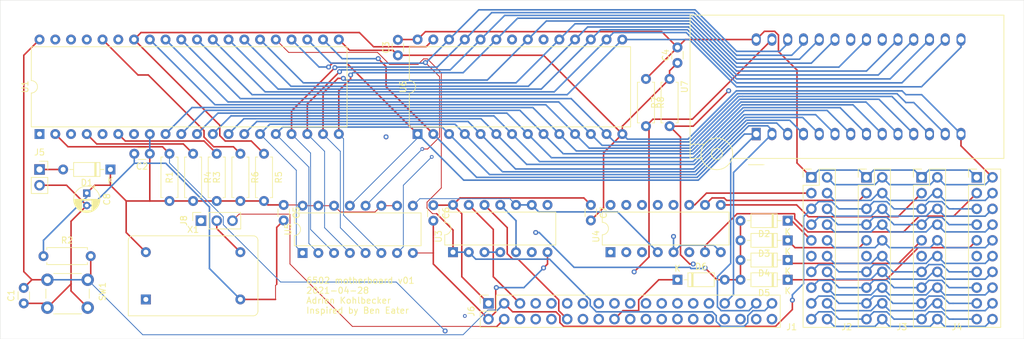
<source format=kicad_pcb>
(kicad_pcb (version 20211014) (generator pcbnew)
  (layers (0 "F.Cu" signal) (1 "In1.Cu" signal) (2 "In2.Cu" signal) (31 "B.Cu" signal) (35 "F.Paste" user) (37 "F.SilkS" user "F.Silkscreen") (39 "F.Mask" user) (44 "Edge.Cuts" user))
  (net 0 "")
  (net 1 "RES")
  (net 2 "CLK")
  (net 3 "IRQ")
  (net 4 "IO1")
  (net 5 "/a0")
  (net 6 "/a1")
  (net 7 "/a2")
  (net 8 "/a3")
  (net 9 "RW")
  (net 10 "/d0")
  (net 11 "/d1")
  (net 12 "/d2")
  (net 13 "/d3")
  (net 14 "/d4")
  (net 15 "/d5")
  (net 16 "/d6")
  (net 17 "/d7")
  (net 18 "NMI")
  (net 19 "IO3")
  (net 20 "IO2")
  (net 21 "IO4")
  (net 22 "/a12")
  (net 23 "/a13")
  (net 24 "/a14")
  (net 25 "/a15")
  (net 26 "/a4")
  (net 27 "/a5")
  (net 28 "/a6")
  (net 29 "/a7")
  (net 30 "/a8")
  (net 31 "/a9")
  (net 32 "/a10")
  (net 33 "/a11")
  (net 34 "RAM_OEB")
  (net 35 "ROM_CSB")
  (net 36 "RAM_CSB")
  (net 37 "Net-(D1-Pad2)")
  (net 38 "Net-(J8-Pad2)")
  (net 39 "GND")
  (net 40 "VCC")
  (net 41 "IRQ1")
  (net 42 "IRQ2")
  (net 43 "IRQ3")
  (net 44 "IRQ4")
  (net 45 "IRQ5")
  (net 46 "PHI2")
  (net 47 "ROM_OEB")
  (net 48 "ROM_WEB")
  (net 49 "RDY")
  (net 50 "BE")
  (net 51 "SYNC")
  (net 52 "PHI1")
  (net 53 "Net-(U3-Pad11)")
  (net 54 "Net-(U3-Pad10)")
  (footprint "Capacitor_THT:C_Disc_D3.0mm_W1.6mm_P2.50mm" (layer "F.Cu") (at 157.48 -78.74 90)
    (fp_text reference "C1")
    (fp_text value "0.1uF")
  )
  (footprint "Resistor_THT:R_Axial_DIN0207_L6.3mm_D2.5mm_P7.62mm_Horizontal" (layer "F.Cu") (at 180.975 -102.87 -90)
    (fp_text reference "R1")
    (fp_text value "1K")
  )
  (footprint "Resistor_THT:R_Axial_DIN0207_L6.3mm_D2.5mm_P7.62mm_Horizontal" (layer "F.Cu") (at 168.275 -86.36 180)
    (fp_text reference "R2")
    (fp_text value "1K")
  )
  (footprint "Package_DIP:DIP-40_W15.24mm" (layer "F.Cu") (at 160.02 -106.045 90)
    (fp_text reference "U1")
    (fp_text value "W65C02SxP")
  )
  (footprint "Package_DIP:DIP-28_W15.24mm" (layer "F.Cu") (at 220.98 -106.045 90)
    (fp_text reference "U6")
    (fp_text value "CY62256-70PC")
  )
  (footprint "Socket:DIP_Socket-28_W11.9_W12.7_W15.24_W17.78_W18.5_3M_228-1277-00-0602J" (layer "F.Cu") (at 275.59 -106.045 90)
    (fp_text reference "U7")
    (fp_text value "28C256")
  )
  (footprint "Package_DIP:DIP-14_W7.62mm" (layer "F.Cu") (at 226.695 -86.995 90)
    (fp_text reference "U3")
    (fp_text value "74HC00")
  )
  (footprint "Package_DIP:DIP-16_W7.62mm" (layer "F.Cu") (at 252.095 -86.995 90)
    (fp_text reference "U4")
    (fp_text value "74HC138")
  )
  (footprint "Button_Switch_THT:SW_PUSH_6mm" (layer "F.Cu") (at 161.29 -82.55)
    (fp_text reference "SW1")
    (fp_text value "RESET")
  )
  (footprint "Capacitor_THT:C_Disc_D3.0mm_W1.6mm_P2.50mm" (layer "F.Cu") (at 177.8 -102.87 180)
    (fp_text reference "C2")
    (fp_text value "0.1uF")
  )
  (footprint "Capacitor_THT:C_Disc_D3.0mm_W1.6mm_P2.50mm" (layer "F.Cu") (at 217.805 -121.245 -90)
    (fp_text reference "C3")
    (fp_text value "0.1uF")
  )
  (footprint "Capacitor_THT:C_Disc_D3.0mm_W1.6mm_P2.50mm" (layer "F.Cu") (at 262.89 -120.015 -90)
    (fp_text reference "C4")
    (fp_text value "0.1uF")
  )
  (footprint "Capacitor_THT:C_Disc_D3.0mm_W1.6mm_P2.50mm" (layer "F.Cu") (at 199.39 -94.615 -90)
    (fp_text reference "C5")
    (fp_text value "0.1uF")
  )
  (footprint "Capacitor_THT:C_Disc_D3.0mm_W1.6mm_P2.50mm" (layer "F.Cu") (at 223.52 -94.575 -90)
    (fp_text reference "C6")
    (fp_text value "0.1uF")
  )
  (footprint "Capacitor_THT:C_Disc_D3.0mm_W1.6mm_P2.50mm" (layer "F.Cu") (at 248.92 -94.615 -90)
    (fp_text reference "C7")
    (fp_text value "0.1uF")
  )
  (footprint "Capacitor_THT:CP_Radial_D4.0mm_P2.00mm" (layer "F.Cu") (at 167.64 -96.52 -90)
    (fp_text reference "C8")
    (fp_text value "1uF")
  )
  (footprint "Diode_THT:D_DO-35_SOD27_P7.62mm_Horizontal" (layer "F.Cu") (at 171.45 -100.33 180)
    (fp_text reference "D1")
    (fp_text value "1N5817")
  )
  (footprint "Connector_PinSocket_2.54mm:PinSocket_1x02_P2.54mm_Vertical" (layer "F.Cu") (at 160.02 -100.33)
    (fp_text reference "J5")
    (fp_text value "PWR_IN")
  )
  (footprint "Resistor_THT:R_Axial_DIN0207_L6.3mm_D2.5mm_P7.62mm_Horizontal" (layer "F.Cu") (at 188.595 -102.87 -90)
    (fp_text reference "R3")
    (fp_text value "1K")
  )
  (footprint "Connector_PinHeader_2.54mm:PinHeader_2x10_P2.54mm_Vertical" (layer "F.Cu") (at 311.15 -99.06)
    (fp_text reference "J4")
    (fp_text value "I/O 4")
  )
  (footprint "Connector_PinSocket_2.54mm:PinSocket_1x03_P2.54mm_Vertical" (layer "F.Cu") (at 186.055 -92.075 90)
    (fp_text reference "J8")
    (fp_text value "Conn_01x03")
  )
  (footprint "Oscillator:Oscillator_DIP-14" (layer "F.Cu") (at 177.165 -79.375)
    (fp_text reference "X1")
    (fp_text value "ACO-xxxMHz")
  )
  (footprint "Connector_PinHeader_2.54mm:PinHeader_2x10_P2.54mm_Vertical" (layer "F.Cu") (at 284.48 -99.06)
    (fp_text reference "J1")
    (fp_text value "I/O 1")
  )
  (footprint "Connector_PinHeader_2.54mm:PinHeader_2x10_P2.54mm_Vertical" (layer "F.Cu") (at 293.37 -99.06)
    (fp_text reference "J2")
    (fp_text value "I/O 2")
  )
  (footprint "Connector_PinHeader_2.54mm:PinHeader_2x10_P2.54mm_Vertical" (layer "F.Cu") (at 302.26 -99.06)
    (fp_text reference "J3")
    (fp_text value "I/O 3")
  )
  (footprint "Diode_THT:D_DO-35_SOD27_P7.62mm_Horizontal" (layer "F.Cu") (at 280.67 -92.075 180)
    (fp_text reference "D2")
    (fp_text value "1N5817")
  )
  (footprint "Diode_THT:D_DO-35_SOD27_P7.62mm_Horizontal" (layer "F.Cu") (at 280.67 -88.9 180)
    (fp_text reference "D3")
    (fp_text value "1N5817")
  )
  (footprint "Diode_THT:D_DO-35_SOD27_P7.62mm_Horizontal" (layer "F.Cu") (at 280.67 -85.725 180)
    (fp_text reference "D4")
    (fp_text value "1N5817")
  )
  (footprint "Diode_THT:D_DO-35_SOD27_P7.62mm_Horizontal" (layer "F.Cu") (at 280.67 -82.55 180)
    (fp_text reference "D5")
    (fp_text value "1N5817")
  )
  (footprint "Diode_THT:D_DO-35_SOD27_P7.62mm_Horizontal" (layer "F.Cu") (at 262.89 -82.55)
    (fp_text reference "D6")
    (fp_text value "1N5817")
  )
  (footprint "Connector_PinSocket_2.54mm:PinSocket_2x19_P2.54mm_Vertical" (layer "F.Cu") (at 232.41 -78.74 90)
    (fp_text reference "J6")
    (fp_text value "DEBUG")
  )
  (footprint "Resistor_THT:R_Axial_DIN0207_L6.3mm_D2.5mm_P7.62mm_Horizontal" (layer "F.Cu") (at 184.785 -102.87 -90)
    (fp_text reference "R4")
    (fp_text value "1K")
  )
  (footprint "Resistor_THT:R_Axial_DIN0207_L6.3mm_D2.5mm_P7.62mm_Horizontal" (layer "F.Cu") (at 196.215 -102.87 -90)
    (fp_text reference "R5")
    (fp_text value "1K")
  )
  (footprint "Resistor_THT:R_Axial_DIN0207_L6.3mm_D2.5mm_P7.62mm_Horizontal" (layer "F.Cu") (at 192.405 -102.87 -90)
    (fp_text reference "R6")
    (fp_text value "1K")
  )
  (footprint "Resistor_THT:R_Axial_DIN0207_L6.3mm_D2.5mm_P7.62mm_Horizontal" (layer "F.Cu") (at 261.62 -107.315 90)
    (fp_text reference "R7")
    (fp_text value "1K")
  )
  (footprint "Resistor_THT:R_Axial_DIN0207_L6.3mm_D2.5mm_P7.62mm_Horizontal" (layer "F.Cu") (at 257.81 -114.935 -90)
    (fp_text reference "R8")
    (fp_text value "1K")
  )
  (footprint "Package_DIP:DIP-16_W7.62mm" (layer "F.Cu") (at 202.438 -86.868 90)
    (fp_text reference "U5")
    (fp_text value "74HC133")
  )
  (gr_line (start 153.67 -73.025) (end 153.67 -127.635) (layer "Edge.Cuts") (width 0.05))
  (gr_line (start 318.77 -73.025) (end 153.67 -73.025) (layer "Edge.Cuts") (width 0.05))
  (gr_line (start 153.67 -127.635) (end 318.77 -127.635) (layer "Edge.Cuts") (width 0.05))
  (gr_line (start 318.77 -127.635) (end 318.77 -73.025) (layer "Edge.Cuts") (width 0.05))
  (gr_text "6502 motherboard v01\n2021-04-28\nAdrien Kohlbecker\nInspired by Ben Eater" (at 202.946 -80.01) (layer "F.SilkS") (effects (font (size 1 1)) (justify left)))
  (segment (start 157.48 -83.86) (end 158.79 -82.55) (width 0.25) (layer "F.Cu") (net 1))
  (segment (start 161.29 -82.55) (end 158.79 -82.55) (width 0.25) (layer "F.Cu") (net 1))
  (segment (start 243.934999 -75.635999) (end 244.545999 -75.024999) (width 0.25) (layer "F.Cu") (net 1))
  (segment (start 168.275 -83.035) (end 167.79 -82.55) (width 0.25) (layer "F.Cu") (net 1))
  (segment (start 234.95 -78.74) (end 236.311402 -77.378598) (width 0.25) (layer "F.Cu") (net 1))
  (segment (start 157.48 -118.745) (end 157.48 -83.86) (width 0.25) (layer "F.Cu") (net 1))
  (segment (start 244.545999 -75.024999) (end 278.694001 -75.024999) (width 0.25) (layer "F.Cu") (net 1))
  (segment (start 158.79 -82.55) (end 157.48 -81.24) (width 0.25) (layer "F.Cu") (net 1))
  (segment (start 236.311402 -77.378598) (end 243.294992 -77.378598) (width 0.25) (layer "F.Cu") (net 1))
  (segment (start 278.694001 -75.024999) (end 281.417154 -77.748152) (width 0.25) (layer "F.Cu") (net 1))
  (segment (start 160.02 -121.285) (end 157.48 -118.745) (width 0.25) (layer "F.Cu") (net 1))
  (segment (start 168.275 -86.36) (end 168.275 -83.035) (width 0.25) (layer "F.Cu") (net 1))
  (segment (start 243.934999 -76.738591) (end 243.934999 -75.635999) (width 0.25) (layer "F.Cu") (net 1))
  (segment (start 281.417154 -77.748152) (end 281.417154 -79.262846) (width 0.25) (layer "F.Cu") (net 1))
  (segment (start 243.294992 -77.378598) (end 243.934999 -76.738591) (width 0.25) (layer "F.Cu") (net 1))
  (via (at 281.417154 -79.262846) (size 0.8) (drill 0.4) (layers "F.Cu" "B.Cu") (net 1))
  (segment (start 288.92359 -93.98) (end 293.37 -93.98) (width 0.25) (layer "B.Cu") (net 1))
  (segment (start 283.21 -92.71) (end 283.21 -81.915) (width 0.25) (layer "B.Cu") (net 1))
  (segment (start 233.889999 -77.679999) (end 234.95 -78.74) (width 0.14) (layer "B.Cu") (net 1))
  (segment (start 167.79 -82.55) (end 161.29 -82.55) (width 0.25) (layer "B.Cu") (net 1))
  (segment (start 234.95 -78.74) (end 233.774999 -77.564999) (width 0.25) (layer "B.Cu") (net 1))
  (segment (start 167.79 -82.55) (end 176.655001 -73.684999) (width 0.14) (layer "B.Cu") (net 1))
  (segment (start 281.417154 -80.122154) (end 283.21 -81.915) (width 0.25) (layer "B.Cu") (net 1))
  (segment (start 297.81359 -93.98) (end 302.26 -93.98) (width 0.25) (layer "B.Cu") (net 1))
  (segment (start 281.417154 -79.262846) (end 281.417154 -80.122154) (width 0.25) (layer "B.Cu") (net 1))
  (segment (start 228.326197 -73.684999) (end 232.321197 -77.679999) (width 0.14) (layer "B.Cu") (net 1))
  (segment (start 307.33859 -93.98) (end 311.15 -93.98) (width 0.25) (layer "B.Cu") (net 1))
  (segment (start 176.655001 -73.684999) (end 228.326197 -73.684999) (width 0.14) (layer "B.Cu") (net 1))
  (segment (start 302.26 -93.98) (end 303.435001 -95.155001) (width 0.25) (layer "B.Cu") (net 1))
  (segment (start 303.435001 -95.155001) (end 305.528589 -95.155001) (width 0.25) (layer "B.Cu") (net 1))
  (segment (start 284.48 -93.98) (end 285.655001 -95.155001) (width 0.25) (layer "B.Cu") (net 1))
  (segment (start 287.748589 -95.155001) (end 288.92359 -93.98) (width 0.25) (layer "B.Cu") (net 1))
  (segment (start 294.545001 -95.155001) (end 296.638589 -95.155001) (width 0.25) (layer "B.Cu") (net 1))
  (segment (start 293.37 -93.98) (end 294.545001 -95.155001) (width 0.25) (layer "B.Cu") (net 1))
  (segment (start 296.638589 -95.155001) (end 297.81359 -93.98) (width 0.25) (layer "B.Cu") (net 1))
  (segment (start 285.655001 -95.155001) (end 287.748589 -95.155001) (width 0.25) (layer "B.Cu") (net 1))
  (segment (start 306.70359 -93.98) (end 307.33859 -93.98) (width 0.25) (layer "B.Cu") (net 1))
  (segment (start 284.48 -93.98) (end 283.21 -92.71) (width 0.25) (layer "B.Cu") (net 1))
  (segment (start 232.321197 -77.679999) (end 233.889999 -77.679999) (width 0.14) (layer "B.Cu") (net 1))
  (segment (start 305.528589 -95.155001) (end 306.70359 -93.98) (width 0.25) (layer "B.Cu") (net 1))
  (segment (start 192.185001 -93.125001) (end 191.135 -92.075) (width 0.14) (layer "F.Cu") (net 2))
  (segment (start 200.400001 -85.095999) (end 200.400001 -93.079799) (width 0.14) (layer "F.Cu") (net 2))
  (segment (start 200.400001 -93.079799) (end 200.354799 -93.125001) (width 0.14) (layer "F.Cu") (net 2))
  (segment (start 233.774999 -75.024999) (end 210.471001 -75.024999) (width 0.14) (layer "F.Cu") (net 2))
  (segment (start 210.471001 -75.024999) (end 200.400001 -85.095999) (width 0.14) (layer "F.Cu") (net 2))
  (segment (start 200.354799 -93.125001) (end 192.185001 -93.125001) (width 0.14) (layer "F.Cu") (net 2))
  (segment (start 234.95 -76.2) (end 233.774999 -75.024999) (width 0.25) (layer "F.Cu") (net 2))
  (segment (start 267.335 -84.455) (end 269.24 -82.55) (width 0.25) (layer "F.Cu") (net 3))
  (segment (start 269.24 -82.55) (end 270.51 -82.55) (width 0.25) (layer "F.Cu") (net 3))
  (segment (start 273.05 -82.55) (end 270.51 -82.55) (width 0.25) (layer "F.Cu") (net 3))
  (segment (start 169.23999 -104.44501) (end 183.20999 -104.44501) (width 0.25) (layer "F.Cu") (net 3))
  (segment (start 273.05 -92.075) (end 273.05 -82.55) (width 0.25) (layer "F.Cu") (net 3))
  (segment (start 183.20999 -104.44501) (end 184.785 -102.87) (width 0.25) (layer "F.Cu") (net 3))
  (segment (start 167.64 -106.045) (end 169.23999 -104.44501) (width 0.25) (layer "F.Cu") (net 3))
  (via (at 240.03 -90.17) (size 0.8) (drill 0.4) (layers "F.Cu" "B.Cu") (net 3))
  (via (at 267.335 -84.455) (size 0.8) (drill 0.4) (layers "F.Cu" "B.Cu") (net 3))
  (segment (start 246.220684 -84.545001) (end 264.901997 -84.545001) (width 0.25) (layer "B.Cu") (net 3))
  (segment (start 265.081999 -84.364999) (end 267.244999 -84.364999) (width 0.25) (layer "B.Cu") (net 3))
  (segment (start 240.595685 -90.17) (end 246.220684 -84.545001) (width 0.25) (layer "B.Cu") (net 3))
  (segment (start 264.901997 -84.545001) (end 265.081999 -84.364999) (width 0.25) (layer "B.Cu") (net 3))
  (segment (start 267.244999 -84.364999) (end 267.335 -84.455) (width 0.25) (layer "B.Cu") (net 3))
  (segment (start 240.03 -90.17) (end 240.595685 -90.17) (width 0.25) (layer "B.Cu") (net 3))
  (segment (start 265.669998 -94.615) (end 264.795 -94.615) (width 0.25) (layer "F.Cu") (net 4))
  (segment (start 267.574998 -96.52) (end 265.669998 -94.615) (width 0.25) (layer "F.Cu") (net 4))
  (segment (start 284.48 -96.52) (end 267.574998 -96.52) (width 0.25) (layer "F.Cu") (net 4))
  (segment (start 311.15 -83.82) (end 306.70359 -83.82) (width 0.25) (layer "B.Cu") (net 5))
  (segment (start 297.649002 -83.82) (end 302.26 -83.82) (width 0.25) (layer "B.Cu") (net 5))
  (segment (start 306.70359 -83.82) (end 305.528589 -84.995001) (width 0.25) (layer "B.Cu") (net 5))
  (segment (start 246.56499 -103.32001) (end 243.84 -106.045) (width 0.25) (layer "B.Cu") (net 5))
  (segment (start 296.474001 -84.995001) (end 297.649002 -83.82) (width 0.25) (layer "B.Cu") (net 5))
  (segment (start 294.545001 -84.995001) (end 296.474001 -84.995001) (width 0.25) (layer "B.Cu") (net 5))
  (segment (start 305.528589 -84.995001) (end 303.435001 -84.995001) (width 0.25) (layer "B.Cu") (net 5))
  (segment (start 288.92359 -83.82) (end 293.37 -83.82) (width 0.25) (layer "B.Cu") (net 5))
  (segment (start 287.748589 -84.995001) (end 288.92359 -83.82) (width 0.25) (layer "B.Cu") (net 5))
  (segment (start 293.28997 -111.20503) (end 273.118749 -111.205029) (width 0.25) (layer "B.Cu") (net 5))
  (segment (start 265.23373 -103.32001) (end 246.56499 -103.32001) (width 0.25) (layer "B.Cu") (net 5))
  (segment (start 180.34 -106.045) (end 184.615067 -110.320067) (width 0.25) (layer "B.Cu") (net 5))
  (segment (start 239.564933 -110.320067) (end 243.84 -106.045) (width 0.25) (layer "B.Cu") (net 5))
  (segment (start 285.655001 -84.995001) (end 287.748589 -84.995001) (width 0.25) (layer "B.Cu") (net 5))
  (segment (start 273.118749 -111.205029) (end 265.23373 -103.32001) (width 0.25) (layer "B.Cu") (net 5))
  (segment (start 293.37 -83.82) (end 294.545001 -84.995001) (width 0.25) (layer "B.Cu") (net 5))
  (segment (start 303.435001 -84.995001) (end 302.26 -83.82) (width 0.25) (layer "B.Cu") (net 5))
  (segment (start 184.615067 -110.320067) (end 239.564933 -110.320067) (width 0.25) (layer "B.Cu") (net 5))
  (segment (start 298.45 -106.045) (end 293.28997 -111.20503) (width 0.25) (layer "B.Cu") (net 5))
  (segment (start 284.48 -83.82) (end 285.655001 -84.995001) (width 0.25) (layer "B.Cu") (net 5))
  (segment (start 306.70359 -81.28) (end 305.528589 -82.455001) (width 0.25) (layer "B.Cu") (net 6))
  (segment (start 285.655001 -82.455001) (end 287.748589 -82.455001) (width 0.25) (layer "B.Cu") (net 6))
  (segment (start 294.545001 -82.455001) (end 296.638589 -82.455001) (width 0.25) (layer "B.Cu") (net 6))
  (segment (start 284.48 -81.28) (end 285.655001 -82.455001) (width 0.25) (layer "B.Cu") (net 6))
  (segment (start 237.474943 -109.870057) (end 241.3 -106.045) (width 0.25) (layer "B.Cu") (net 6))
  (segment (start 311.15 -81.28) (end 306.70359 -81.28) (width 0.25) (layer "B.Cu") (net 6))
  (segment (start 288.92359 -81.28) (end 293.37 -81.28) (width 0.25) (layer "B.Cu") (net 6))
  (segment (start 186.705057 -109.870057) (end 237.474943 -109.870057) (width 0.25) (layer "B.Cu") (net 6))
  (segment (start 265.42013 -102.87) (end 273.30515 -110.75502) (width 0.25) (layer "B.Cu") (net 6))
  (segment (start 297.81359 -81.28) (end 302.26 -81.28) (width 0.25) (layer "B.Cu") (net 6))
  (segment (start 182.88 -106.045) (end 186.705057 -109.870057) (width 0.25) (layer "B.Cu") (net 6))
  (segment (start 303.435001 -82.455001) (end 302.26 -81.28) (width 0.25) (layer "B.Cu") (net 6))
  (segment (start 293.37 -81.28) (end 294.545001 -82.455001) (width 0.25) (layer "B.Cu") (net 6))
  (segment (start 287.748589 -82.455001) (end 288.92359 -81.28) (width 0.25) (layer "B.Cu") (net 6))
  (segment (start 244.475 -102.87) (end 265.42013 -102.87) (width 0.25) (layer "B.Cu") (net 6))
  (segment (start 291.19998 -110.75502) (end 295.91 -106.045) (width 0.25) (layer "B.Cu") (net 6))
  (segment (start 241.3 -106.045) (end 244.475 -102.87) (width 0.25) (layer "B.Cu") (net 6))
  (segment (start 273.30515 -110.75502) (end 291.19998 -110.75502) (width 0.25) (layer "B.Cu") (net 6))
  (segment (start 305.528589 -82.455001) (end 303.435001 -82.455001) (width 0.25) (layer "B.Cu") (net 6))
  (segment (start 296.638589 -82.455001) (end 297.81359 -81.28) (width 0.25) (layer "B.Cu") (net 6))
  (segment (start 302.26 -78.74) (end 303.435001 -79.915001) (width 0.25) (layer "B.Cu") (net 7))
  (segment (start 289.10999 -110.30501) (end 293.37 -106.045) (width 0.25) (layer "B.Cu") (net 7))
  (segment (start 305.528589 -79.915001) (end 306.70359 -78.74) (width 0.25) (layer "B.Cu") (net 7))
  (segment (start 303.435001 -79.915001) (end 305.528589 -79.915001) (width 0.25) (layer "B.Cu") (net 7))
  (segment (start 288.92359 -78.74) (end 293.37 -78.74) (width 0.25) (layer "B.Cu") (net 7))
  (segment (start 265.42154 -102.235) (end 273.49155 -110.30501) (width 0.25) (layer "B.Cu") (net 7))
  (segment (start 294.545001 -79.915001) (end 296.474001 -79.915001) (width 0.25) (layer "B.Cu") (net 7))
  (segment (start 188.795047 -109.420047) (end 235.384953 -109.420047) (width 0.25) (layer "B.Cu") (net 7))
  (segment (start 307.33859 -78.74) (end 306.705 -78.74) (width 0.25) (layer "B.Cu") (net 7))
  (segment (start 307.33859 -78.74) (end 311.15 -78.74) (width 0.25) (layer "B.Cu") (net 7))
  (segment (start 287.748589 -79.915001) (end 288.92359 -78.74) (width 0.25) (layer "B.Cu") (net 7))
  (segment (start 185.42 -106.045) (end 188.795047 -109.420047) (width 0.25) (layer "B.Cu") (net 7))
  (segment (start 284.48 -78.74) (end 285.655001 -79.915001) (width 0.25) (layer "B.Cu") (net 7))
  (segment (start 296.474001 -79.915001) (end 297.649002 -78.74) (width 0.25) (layer "B.Cu") (net 7))
  (segment (start 293.37 -78.74) (end 294.545001 -79.915001) (width 0.25) (layer "B.Cu") (net 7))
  (segment (start 285.655001 -79.915001) (end 287.748589 -79.915001) (width 0.25) (layer "B.Cu") (net 7))
  (segment (start 235.384953 -109.420047) (end 238.76 -106.045) (width 0.25) (layer "B.Cu") (net 7))
  (segment (start 273.49155 -110.30501) (end 289.10999 -110.30501) (width 0.25) (layer "B.Cu") (net 7))
  (segment (start 242.57 -102.235) (end 265.42154 -102.235) (width 0.25) (layer "B.Cu") (net 7))
  (segment (start 238.76 -106.045) (end 242.57 -102.235) (width 0.25) (layer "B.Cu") (net 7))
  (segment (start 297.649002 -78.74) (end 302.26 -78.74) (width 0.25) (layer "B.Cu") (net 7))
  (segment (start 240.665 -101.6) (end 236.22 -106.045) (width 0.25) (layer "B.Cu") (net 8))
  (segment (start 305.528589 -77.375001) (end 306.70359 -76.2) (width 0.25) (layer "B.Cu") (net 8))
  (segment (start 302.26 -76.2) (end 303.435001 -77.375001) (width 0.25) (layer "B.Cu") (net 8))
  (segment (start 296.638589 -77.375001) (end 297.81359 -76.2) (width 0.25) (layer "B.Cu") (net 8))
  (segment (start 265.42295 -101.6) (end 240.665 -101.6) (width 0.25) (layer "B.Cu") (net 8))
  (segment (start 307.33859 -76.2) (end 306.705 -76.2) (width 0.25) (layer "B.Cu") (net 8))
  (segment (start 294.545001 -77.375001) (end 296.638589 -77.375001) (width 0.25) (layer "B.Cu") (net 8))
  (segment (start 290.83 -106.045) (end 287.02 -109.855) (width 0.25) (layer "B.Cu") (net 8))
  (segment (start 284.48 -76.2) (end 285.655001 -77.375001) (width 0.25) (layer "B.Cu") (net 8))
  (segment (start 303.435001 -77.375001) (end 305.528589 -77.375001) (width 0.25) (layer "B.Cu") (net 8))
  (segment (start 293.37 -76.2) (end 294.545001 -77.375001) (width 0.25) (layer "B.Cu") (net 8))
  (segment (start 285.655001 -77.375001) (end 287.748589 -77.375001) (width 0.25) (layer "B.Cu") (net 8))
  (segment (start 233.294962 -108.970038) (end 236.22 -106.045) (width 0.25) (layer "B.Cu") (net 8))
  (segment (start 190.885038 -108.970038) (end 233.294962 -108.970038) (width 0.25) (layer "B.Cu") (net 8))
  (segment (start 307.33859 -76.2) (end 311.15 -76.2) (width 0.25) (layer "B.Cu") (net 8))
  (segment (start 287.748589 -77.375001) (end 288.92359 -76.2) (width 0.25) (layer "B.Cu") (net 8))
  (segment (start 187.96 -106.045) (end 190.885038 -108.970038) (width 0.25) (layer "B.Cu") (net 8))
  (segment (start 297.81359 -76.2) (end 302.26 -76.2) (width 0.25) (layer "B.Cu") (net 8))
  (segment (start 287.02 -109.855) (end 273.67795 -109.855) (width 0.25) (layer "B.Cu") (net 8))
  (segment (start 288.92359 -76.2) (end 293.37 -76.2) (width 0.25) (layer "B.Cu") (net 8))
  (segment (start 273.67795 -109.855) (end 265.42295 -101.6) (width 0.25) (layer "B.Cu") (net 8))
  (segment (start 189.085001 -107.459999) (end 175.26 -121.285) (width 0.25) (layer "F.Cu") (net 9))
  (segment (start 222.354999 -120.119999) (end 223.52 -121.285) (width 0.25) (layer "F.Cu") (net 9))
  (segment (start 213.888591 -120.119999) (end 211.598589 -122.410001) (width 0.25) (layer "F.Cu") (net 9))
  (segment (start 189.959999 -104.919999) (end 189.085001 -105.794997) (width 0.25) (layer "F.Cu") (net 9))
  (segment (start 194.165001 -104.919999) (end 189.959999 -104.919999) (width 0.25) (layer "F.Cu") (net 9))
  (segment (start 211.598589 -122.410001) (end 176.385001 -122.410001) (width 0.25) (layer "F.Cu") (net 9))
  (segment (start 213.888591 -120.119999) (end 222.354999 -120.119999) (width 0.25) (layer "F.Cu") (net 9))
  (segment (start 176.385001 -122.410001) (end 175.26 -121.285) (width 0.25) (layer "F.Cu") (net 9))
  (segment (start 189.085001 -105.794997) (end 189.085001 -107.459999) (width 0.25) (layer "F.Cu") (net 9))
  (segment (start 196.215 -102.87) (end 194.165001 -104.919999) (width 0.25) (layer "F.Cu") (net 9))
  (segment (start 312.514999 -95.344999) (end 305.975001 -95.344999) (width 0.25) (layer "B.Cu") (net 9))
  (segment (start 297.085001 -95.344999) (end 302.988589 -95.344999) (width 0.25) (layer "B.Cu") (net 9))
  (segment (start 295.91 -96.52) (end 297.085001 -95.344999) (width 0.25) (layer "B.Cu") (net 9))
  (segment (start 295.27359 -96.52) (end 295.91 -96.52) (width 0.25) (layer "B.Cu") (net 9))
  (segment (start 294.098589 -95.344999) (end 295.27359 -96.52) (width 0.25) (layer "B.Cu") (net 9))
  (segment (start 287.02 -96.52) (end 288.195001 -95.344999) (width 0.25) (layer "B.Cu") (net 9))
  (segment (start 304.16359 -96.52) (end 304.8 -96.52) (width 0.25) (layer "B.Cu") (net 9))
  (segment (start 313.69 -96.52) (end 312.514999 -95.344999) (width 0.25) (layer "B.Cu") (net 9))
  (segment (start 305.975001 -95.344999) (end 304.8 -96.52) (width 0.25) (layer "B.Cu") (net 9))
  (segment (start 302.988589 -95.344999) (end 304.16359 -96.52) (width 0.25) (layer "B.Cu") (net 9))
  (segment (start 288.195001 -95.344999) (end 294.098589 -95.344999) (width 0.25) (layer "B.Cu") (net 9))
  (segment (start 288.195001 -92.804999) (end 294.098589 -92.804999) (width 0.25) (layer "B.Cu") (net 10))
  (segment (start 265.04733 -103.77002) (end 248.65498 -103.77002) (width 0.25) (layer "B.Cu") (net 10))
  (segment (start 294.098589 -92.804999) (end 295.27359 -93.98) (width 0.25) (layer "B.Cu") (net 10))
  (segment (start 287.02 -93.98) (end 288.195001 -92.804999) (width 0.25) (layer "B.Cu") (net 10))
  (segment (start 272.94504 -111.65504) (end 272.945038 -111.655038) (width 0.25) (layer "B.Cu") (net 10))
  (segment (start 305.975001 -92.804999) (end 304.8 -93.98) (width 0.25) (layer "B.Cu") (net 10))
  (segment (start 312.514999 -92.804999) (end 305.975001 -92.804999) (width 0.25) (layer "B.Cu") (net 10))
  (segment (start 241.654923 -110.770077) (end 246.38 -106.045) (width 0.25) (layer "B.Cu") (net 10))
  (segment (start 304.16359 -93.98) (end 304.8 -93.98) (width 0.25) (layer "B.Cu") (net 10))
  (segment (start 177.8 -121.285) (end 188.314923 -110.770077) (width 0.25) (layer "B.Cu") (net 10))
  (segment (start 313.69 -93.98) (end 312.514999 -92.804999) (width 0.25) (layer "B.Cu") (net 10))
  (segment (start 295.91 -93.98) (end 297.085001 -92.804999) (width 0.25) (layer "B.Cu") (net 10))
  (segment (start 272.932348 -111.655038) (end 265.04733 -103.77002) (width 0.25) (layer "B.Cu") (net 10))
  (segment (start 188.314923 -110.770077) (end 241.654923 -110.770077) (width 0.25) (layer "B.Cu") (net 10))
  (segment (start 295.37996 -111.65504) (end 272.94504 -111.65504) (width 0.25) (layer "B.Cu") (net 10))
  (segment (start 295.27359 -93.98) (end 295.91 -93.98) (width 0.25) (layer "B.Cu") (net 10))
  (segment (start 300.99 -106.045) (end 295.37996 -111.65504) (width 0.25) (layer "B.Cu") (net 10))
  (segment (start 248.65498 -103.77002) (end 246.38 -106.045) (width 0.25) (layer "B.Cu") (net 10))
  (segment (start 302.988589 -92.804999) (end 304.16359 -93.98) (width 0.25) (layer "B.Cu") (net 10))
  (segment (start 272.945038 -111.655038) (end 272.932348 -111.655038) (width 0.25) (layer "B.Cu") (net 10))
  (segment (start 297.085001 -92.804999) (end 302.988589 -92.804999) (width 0.25) (layer "B.Cu") (net 10))
  (segment (start 305.975001 -90.264999) (end 304.8 -91.44) (width 0.25) (layer "B.Cu") (net 11))
  (segment (start 295.91 -91.44) (end 297.085001 -90.264999) (width 0.25) (layer "B.Cu") (net 11))
  (segment (start 288.195001 -90.264999) (end 294.098589 -90.264999) (width 0.25) (layer "B.Cu") (net 11))
  (segment (start 248.92 -106.045) (end 243.744913 -111.220087) (width 0.25) (layer "B.Cu") (net 11))
  (segment (start 273.39505 -112.10505) (end 297.46995 -112.10505) (width 0.25) (layer "B.Cu") (net 11))
  (segment (start 297.085001 -90.264999) (end 302.988589 -90.264999) (width 0.25) (layer "B.Cu") (net 11))
  (segment (start 250.74497 -104.22003) (end 262.97003 -104.22003) (width 0.25) (layer "B.Cu") (net 11))
  (segment (start 248.92 -106.045) (end 250.74497 -104.22003) (width 0.25) (layer "B.Cu") (net 11))
  (segment (start 295.27359 -91.44) (end 295.91 -91.44) (width 0.25) (layer "B.Cu") (net 11))
  (segment (start 262.97003 -104.22003) (end 264.86093 -104.22003) (width 0.25) (layer "B.Cu") (net 11))
  (segment (start 304.16359 -91.44) (end 304.8 -91.44) (width 0.25) (layer "B.Cu") (net 11))
  (segment (start 264.86093 -104.22003) (end 272.74595 -112.10505) (width 0.25) (layer "B.Cu") (net 11))
  (segment (start 313.69 -91.44) (end 312.514999 -90.264999) (width 0.25) (layer "B.Cu") (net 11))
  (segment (start 190.404913 -111.220087) (end 180.34 -121.285) (width 0.25) (layer "B.Cu") (net 11))
  (segment (start 287.02 -91.44) (end 288.195001 -90.264999) (width 0.25) (layer "B.Cu") (net 11))
  (segment (start 272.74595 -112.10505) (end 273.39505 -112.10505) (width 0.25) (layer "B.Cu") (net 11))
  (segment (start 294.098589 -90.264999) (end 295.27359 -91.44) (width 0.25) (layer "B.Cu") (net 11))
  (segment (start 243.744913 -111.220087) (end 190.404913 -111.220087) (width 0.25) (layer "B.Cu") (net 11))
  (segment (start 302.988589 -90.264999) (end 304.16359 -91.44) (width 0.25) (layer "B.Cu") (net 11))
  (segment (start 312.514999 -90.264999) (end 305.975001 -90.264999) (width 0.25) (layer "B.Cu") (net 11))
  (segment (start 297.46995 -112.10505) (end 303.53 -106.045) (width 0.25) (layer "B.Cu") (net 11))
  (segment (start 272.55955 -112.55506) (end 298.28994 -112.55506) (width 0.25) (layer "B.Cu") (net 12))
  (segment (start 294.734999 -87.724999) (end 295.91 -88.9) (width 0.25) (layer "B.Cu") (net 12))
  (segment (start 264.77949 -104.775) (end 272.55955 -112.55506) (width 0.25) (layer "B.Cu") (net 12))
  (segment (start 312.514999 -87.724999) (end 305.975001 -87.724999) (width 0.25) (layer "B.Cu") (net 12))
  (segment (start 252.73 -104.775) (end 264.77949 -104.775) (width 0.25) (layer "B.Cu") (net 12))
  (segment (start 295.91 -88.9) (end 297.085001 -87.724999) (width 0.25) (layer "B.Cu") (net 12))
  (segment (start 298.28994 -112.55506) (end 299.72 -111.125) (width 0.25) (layer "B.Cu") (net 12))
  (segment (start 287.02 -88.9) (end 288.195001 -87.724999) (width 0.25) (layer "B.Cu") (net 12))
  (segment (start 182.88 -121.285) (end 192.405 -111.76) (width 0.25) (layer "B.Cu") (net 12))
  (segment (start 251.46 -106.045) (end 252.73 -104.775) (width 0.25) (layer "B.Cu") (net 12))
  (segment (start 288.195001 -87.724999) (end 294.734999 -87.724999) (width 0.25) (layer "B.Cu") (net 12))
  (segment (start 300.99 -111.125) (end 306.07 -106.045) (width 0.25) (layer "B.Cu") (net 12))
  (segment (start 192.405 -111.76) (end 245.745 -111.76) (width 0.25) (layer "B.Cu") (net 12))
  (segment (start 313.69 -88.9) (end 312.514999 -87.724999) (width 0.25) (layer "B.Cu") (net 12))
  (segment (start 299.72 -111.125) (end 300.99 -111.125) (width 0.25) (layer "B.Cu") (net 12))
  (segment (start 303.624999 -87.724999) (end 304.8 -88.9) (width 0.25) (layer "B.Cu") (net 12))
  (segment (start 245.745 -111.76) (end 251.46 -106.045) (width 0.25) (layer "B.Cu") (net 12))
  (segment (start 297.085001 -87.724999) (end 303.624999 -87.724999) (width 0.25) (layer "B.Cu") (net 12))
  (segment (start 305.975001 -87.724999) (end 304.8 -88.9) (width 0.25) (layer "B.Cu") (net 12))
  (segment (start 272.415 -113.665) (end 264.795 -121.285) (width 0.25) (layer "B.Cu") (net 13))
  (segment (start 264.795 -121.285) (end 254 -121.285) (width 0.25) (layer "B.Cu") (net 13))
  (segment (start 288.195001 -85.184999) (end 294.098589 -85.184999) (width 0.25) (layer "B.Cu") (net 13))
  (segment (start 313.69 -86.36) (end 312.514999 -85.184999) (width 0.25) (layer "B.Cu") (net 13))
  (segment (start 194.31 -112.395) (end 245.11 -112.395) (width 0.25) (layer "B.Cu") (net 13))
  (segment (start 308.61 -120.035) (end 302.24 -113.665) (width 0.25) (layer "B.Cu") (net 13))
  (segment (start 312.514999 -85.184999) (end 305.975001 -85.184999) (width 0.25) (layer "B.Cu") (net 13))
  (segment (start 295.91 -86.36) (end 297.085001 -85.184999) (width 0.25) (layer "B.Cu") (net 13))
  (segment (start 302.988589 -85.184999) (end 304.16359 -86.36) (width 0.25) (layer "B.Cu") (net 13))
  (segment (start 305.975001 -85.184999) (end 304.8 -86.36) (width 0.25) (layer "B.Cu") (net 13))
  (segment (start 302.24 -113.665) (end 272.415 -113.665) (width 0.25) (layer "B.Cu") (net 13))
  (segment (start 295.27359 -86.36) (end 295.91 -86.36) (width 0.25) (layer "B.Cu") (net 13))
  (segment (start 185.42 -121.285) (end 194.31 -112.395) (width 0.25) (layer "B.Cu") (net 13))
  (segment (start 294.098589 -85.184999) (end 295.27359 -86.36) (width 0.25) (layer "B.Cu") (net 13))
  (segment (start 297.085001 -85.184999) (end 302.988589 -85.184999) (width 0.25) (layer "B.Cu") (net 13))
  (segment (start 304.16359 -86.36) (end 304.8 -86.36) (width 0.25) (layer "B.Cu") (net 13))
  (segment (start 287.02 -86.36) (end 288.195001 -85.184999) (width 0.25) (layer "B.Cu") (net 13))
  (segment (start 308.61 -121.285) (end 308.61 -120.035) (width 0.25) (layer "B.Cu") (net 13))
  (segment (start 245.11 -112.395) (end 254 -121.285) (width 0.25) (layer "B.Cu") (net 13))
  (segment (start 264.304999 -122.410001) (end 252.585001 -122.410001) (width 0.25) (layer "B.Cu") (net 14))
  (segment (start 287.02 -83.82) (end 288.195001 -82.644999) (width 0.25) (layer "B.Cu") (net 14))
  (segment (start 295.91 -83.82) (end 297.085001 -82.644999) (width 0.25) (layer "B.Cu") (net 14))
  (segment (start 252.585001 -122.410001) (end 251.46 -121.285) (width 0.25) (layer "B.Cu") (net 14))
  (segment (start 306.07 -121.285) (end 299.085 -114.3) (width 0.25) (layer "B.Cu") (net 14))
  (segment (start 264.795 -121.92) (end 264.304999 -122.410001) (width 0.25) (layer "B.Cu") (net 14))
  (segment (start 272.41641 -114.3) (end 264.79641 -121.92) (width 0.25) (layer "B.Cu") (net 14))
  (segment (start 196.39999 -112.84501) (end 187.96 -121.285) (width 0.25) (layer "B.Cu") (net 14))
  (segment (start 297.085001 -82.644999) (end 302.988589 -82.644999) (width 0.25) (layer "B.Cu") (net 14))
  (segment (start 294.098589 -82.644999) (end 295.27359 -83.82) (width 0.25) (layer "B.Cu") (net 14))
  (segment (start 299.085 -114.3) (end 272.41641 -114.3) (width 0.25) (layer "B.Cu") (net 14))
  (segment (start 288.195001 -82.644999) (end 294.098589 -82.644999) (width 0.25) (layer "B.Cu") (net 14))
  (segment (start 264.79641 -121.92) (end 264.795 -121.92) (width 0.25) (layer "B.Cu") (net 14))
  (segment (start 304.16359 -83.82) (end 304.8 -83.82) (width 0.25) (layer "B.Cu") (net 14))
  (segment (start 295.27359 -83.82) (end 295.91 -83.82) (width 0.25) (layer "B.Cu") (net 14))
  (segment (start 312.514999 -82.644999) (end 313.69 -83.82) (width 0.25) (layer "B.Cu") (net 14))
  (segment (start 304.8 -83.82) (end 305.975001 -82.644999) (width 0.25) (layer "B.Cu") (net 14))
  (segment (start 251.46 -121.285) (end 243.02001 -112.84501) (width 0.25) (layer "B.Cu") (net 14))
  (segment (start 306.799999 -82.644999) (end 312.514999 -82.644999) (width 0.25) (layer "B.Cu") (net 14))
  (segment (start 243.02001 -112.84501) (end 196.39999 -112.84501) (width 0.25) (layer "B.Cu") (net 14))
  (segment (start 306.799999 -82.644999) (end 305.975001 -82.644999) (width 0.25) (layer "B.Cu") (net 14))
  (segment (start 302.988589 -82.644999) (end 304.16359 -83.82) (width 0.25) (layer "B.Cu") (net 14))
  (segment (start 272.41782 -114.935) (end 264.49281 -122.86001) (width 0.25) (layer "B.Cu") (net 15))
  (segment (start 250.49501 -122.86001) (end 248.92 -121.285) (width 0.25) (layer "B.Cu") (net 15))
  (segment (start 287.02 -81.28) (end 288.195001 -80.104999) (width 0.25) (layer "B.Cu") (net 15))
  (segment (start 297.18 -114.935) (end 272.41782 -114.935) (width 0.25) (layer "B.Cu") (net 15))
  (segment (start 302.988589 -80.104999) (end 304.16359 -81.28) (width 0.25) (layer "B.Cu") (net 15))
  (segment (start 304.16359 -81.28) (end 304.8 -81.28) (width 0.25) (layer "B.Cu") (net 15))
  (segment (start 313.69 -81.28) (end 312.514999 -80.104999) (width 0.25) (layer "B.Cu") (net 15))
  (segment (start 288.195001 -80.104999) (end 294.098589 -80.104999) (width 0.25) (layer "B.Cu") (net 15))
  (segment (start 312.514999 -80.104999) (end 305.975001 -80.104999) (width 0.25) (layer "B.Cu") (net 15))
  (segment (start 295.27359 -81.28) (end 295.91 -81.28) (width 0.25) (layer "B.Cu") (net 15))
  (segment (start 198.48998 -113.29502) (end 240.93002 -113.29502) (width 0.25) (layer "B.Cu") (net 15))
  (segment (start 264.49281 -122.86001) (end 250.49501 -122.86001) (width 0.25) (layer "B.Cu") (net 15))
  (segment (start 305.975001 -80.104999) (end 304.8 -81.28) (width 0.25) (layer "B.Cu") (net 15))
  (segment (start 190.5 -121.285) (end 198.48998 -113.29502) (width 0.25) (layer "B.Cu") (net 15))
  (segment (start 294.098589 -80.104999) (end 295.27359 -81.28) (width 0.25) (layer "B.Cu") (net 15))
  (segment (start 297.085001 -80.104999) (end 302.988589 -80.104999) (width 0.25) (layer "B.Cu") (net 15))
  (segment (start 240.93002 -113.29502) (end 248.92 -121.285) (width 0.25) (layer "B.Cu") (net 15))
  (segment (start 295.91 -81.28) (end 297.085001 -80.104999) (width 0.25) (layer "B.Cu") (net 15))
  (segment (start 303.53 -121.285) (end 297.18 -114.935) (width 0.25) (layer "B.Cu") (net 15))
  (segment (start 272.41923 -115.57) (end 264.67921 -123.31002) (width 0.25) (layer "B.Cu") (net 16))
  (segment (start 297.085001 -77.564999) (end 302.824001 -77.564999) (width 0.25) (layer "B.Cu") (net 16))
  (segment (start 238.84003 -113.74503) (end 200.57997 -113.74503) (width 0.25) (layer "B.Cu") (net 16))
  (segment (start 313.69 -78.74) (end 312.514999 -77.564999) (width 0.25) (layer "B.Cu") (net 16))
  (segment (start 264.67921 -123.31002) (end 248.40502 -123.31002) (width 0.25) (layer "B.Cu") (net 16))
  (segment (start 312.514999 -77.564999) (end 305.975001 -77.564999) (width 0.25) (layer "B.Cu") (net 16))
  (segment (start 288.195001 -77.564999) (end 294.098589 -77.564999) (width 0.25) (layer "B.Cu") (net 16))
  (segment (start 295.91 -78.74) (end 297.085001 -77.564999) (width 0.25) (layer "B.Cu") (net 16))
  (segment (start 300.99 -121.285) (end 295.275 -115.57) (width 0.25) (layer "B.Cu") (net 16))
  (segment (start 287.02 -78.74) (end 288.195001 -77.564999) (width 0.25) (layer "B.Cu") (net 16))
  (segment (start 295.275 -115.57) (end 272.41923 -115.57) (width 0.25) (layer "B.Cu") (net 16))
  (segment (start 305.975001 -77.564999) (end 304.8 -78.74) (width 0.25) (layer "B.Cu") (net 16))
  (segment (start 294.098589 -77.564999) (end 295.27359 -78.74) (width 0.25) (layer "B.Cu") (net 16))
  (segment (start 200.57997 -113.74503) (end 193.04 -121.285) (width 0.25) (layer "B.Cu") (net 16))
  (segment (start 303.999002 -78.74) (end 304.8 -78.74) (width 0.25) (layer "B.Cu") (net 16))
  (segment (start 295.27359 -78.74) (end 295.91 -78.74) (width 0.25) (layer "B.Cu") (net 16))
  (segment (start 246.38 -121.285) (end 238.84003 -113.74503) (width 0.25) (layer "B.Cu") (net 16))
  (segment (start 248.40502 -123.31002) (end 246.38 -121.285) (width 0.25) (layer "B.Cu") (net 16))
  (segment (start 302.824001 -77.564999) (end 303.999002 -78.74) (width 0.25) (layer "B.Cu") (net 16))
  (segment (start 295.91 -76.2) (end 297.085001 -75.024999) (width 0.25) (layer "B.Cu") (net 17))
  (segment (start 246.38 -123.825) (end 243.84 -121.285) (width 0.25) (layer "B.Cu") (net 17))
  (segment (start 294.734999 -75.024999) (end 295.91 -76.2) (width 0.25) (layer "B.Cu") (net 17))
  (segment (start 264.80064 -123.825) (end 246.38 -123.825) (width 0.25) (layer "B.Cu") (net 17))
  (segment (start 287.02 -76.2) (end 288.195001 -75.024999) (width 0.25) (layer "B.Cu") (net 17))
  (segment (start 306.799999 -75.024999) (end 305.975001 -75.024999) (width 0.25) (layer "B.Cu") (net 17))
  (segment (start 202.565 -114.3) (end 236.855 -114.3) (width 0.25) (layer "B.Cu") (net 17))
  (segment (start 297.085001 -75.024999) (end 303.624999 -75.024999) (width 0.25) (layer "B.Cu") (net 17))
  (segment (start 312.514999 -75.024999) (end 313.69 -76.2) (width 0.25) (layer "B.Cu") (net 17))
  (segment (start 303.624999 -75.024999) (end 304.8 -76.2) (width 0.25) (layer "B.Cu") (net 17))
  (segment (start 288.195001 -75.024999) (end 294.734999 -75.024999) (width 0.25) (layer "B.Cu") (net 17))
  (segment (start 195.58 -121.285) (end 202.565 -114.3) (width 0.25) (layer "B.Cu") (net 17))
  (segment (start 236.855 -114.3) (end 243.84 -121.285) (width 0.25) (layer "B.Cu") (net 17))
  (segment (start 293.37 -116.205) (end 272.42064 -116.205) (width 0.25) (layer "B.Cu") (net 17))
  (segment (start 304.8 -76.2) (end 305.975001 -75.024999) (width 0.25) (layer "B.Cu") (net 17))
  (segment (start 306.799999 -75.024999) (end 312.514999 -75.024999) (width 0.25) (layer "B.Cu") (net 17))
  (segment (start 272.42064 -116.205) (end 264.80064 -123.825) (width 0.25) (layer "B.Cu") (net 17))
  (segment (start 298.45 -121.285) (end 293.37 -116.205) (width 0.25) (layer "B.Cu") (net 17))
  (segment (start 172.72 -106.045) (end 173.845001 -104.919999) (width 0.25) (layer "F.Cu") (net 18))
  (segment (start 173.845001 -104.919999) (end 186.545001 -104.919999) (width 0.25) (layer "F.Cu") (net 18))
  (segment (start 186.545001 -104.919999) (end 188.595 -102.87) (width 0.25) (layer "F.Cu") (net 18))
  (via (at 228.6 -76.708) (size 0.6) (drill 0.3) (layers "F.Cu" "B.Cu") (net 18))
  (segment (start 282.105998 -94.615) (end 269.875 -94.615) (width 0.25) (layer "F.Cu") (net 19))
  (segment (start 284.010998 -92.71) (end 298.45 -92.71) (width 0.25) (layer "F.Cu") (net 19))
  (segment (start 298.45 -92.71) (end 302.26 -96.52) (width 0.25) (layer "F.Cu") (net 19))
  (segment (start 284.010998 -92.71) (end 282.105998 -94.615) (width 0.25) (layer "F.Cu") (net 19))
  (segment (start 283.915999 -95.344999) (end 270.810003 -95.344999) (width 0.25) (layer "F.Cu") (net 20))
  (segment (start 283.915999 -95.344999) (end 292.194999 -95.344999) (width 0.25) (layer "F.Cu") (net 20))
  (segment (start 292.194999 -95.344999) (end 293.37 -96.52) (width 0.25) (layer "F.Cu") (net 20))
  (segment (start 268.460001 -95.740001) (end 267.335 -94.615) (width 0.25) (layer "F.Cu") (net 20))
  (segment (start 270.415001 -95.740001) (end 268.460001 -95.740001) (width 0.25) (layer "F.Cu") (net 20))
  (segment (start 270.810003 -95.344999) (end 270.415001 -95.740001) (width 0.25) (layer "F.Cu") (net 20))
  (segment (start 267.335 -88.025002) (end 267.335 -86.995) (width 0.25) (layer "F.Cu") (net 21))
  (segment (start 307.434999 -92.804999) (end 311.15 -96.52) (width 0.25) (layer "F.Cu") (net 21))
  (segment (start 283.915999 -90.264999) (end 281.795001 -92.385997) (width 0.25) (layer "F.Cu") (net 21))
  (segment (start 281.795001 -93.135001) (end 281.730001 -93.200001) (width 0.25) (layer "F.Cu") (net 21))
  (segment (start 299.345997 -90.264999) (end 301.885997 -92.804999) (width 0.25) (layer "F.Cu") (net 21))
  (segment (start 301.885997 -92.804999) (end 307.434999 -92.804999) (width 0.25) (layer "F.Cu") (net 21))
  (segment (start 283.915999 -90.264999) (end 299.345997 -90.264999) (width 0.25) (layer "F.Cu") (net 21))
  (segment (start 272.509999 -93.200001) (end 267.335 -88.025002) (width 0.25) (layer "F.Cu") (net 21))
  (segment (start 281.730001 -93.200001) (end 272.509999 -93.200001) (width 0.25) (layer "F.Cu") (net 21))
  (segment (start 281.795001 -92.385997) (end 281.795001 -93.135001) (width 0.25) (layer "F.Cu") (net 21))
  (segment (start 215.900705 -116.929295) (end 215.900705 -113.664295) (width 0.25) (layer "F.Cu") (net 22))
  (segment (start 215.900705 -113.664295) (end 223.52 -106.045) (width 0.25) (layer "F.Cu") (net 22))
  (segment (start 214.63 -118.2) (end 215.900705 -116.929295) (width 0.25) (layer "F.Cu") (net 22))
  (via (at 214.63 -118.2) (size 0.8) (drill 0.4) (layers "F.Cu" "B.Cu") (net 22))
  (via (at 223.266 -102.362) (size 0.6) (drill 0.3) (layers "F.Cu" "B.Cu") (net 22))
  (segment (start 277.439999 -107.370001) (end 274.375001 -107.370001) (width 0.25) (layer "B.Cu") (net 22))
  (segment (start 271.924999 -80.154999) (end 271.924999 -99.839999) (width 0.25) (layer "B.Cu") (net 22))
  (segment (start 218.688001 -87.878001) (end 218.688001 -97.784001) (width 0.14) (layer "B.Cu") (net 22))
  (segment (start 205.74 -121.285) (end 208.825 -118.2) (width 0.25) (layer "B.Cu") (net 22))
  (segment (start 208.825 -118.2) (end 214.63 -118.2) (width 0.25) (layer "B.Cu") (net 22))
  (segment (start 271.924999 -99.839999) (end 278.13 -106.045) (width 0.25) (layer "B.Cu") (net 22))
  (segment (start 218.688001 -97.784001) (end 223.266 -102.362) (width 0.14) (layer "B.Cu") (net 22))
  (segment (start 217.678 -86.868) (end 218.688001 -87.878001) (width 0.14) (layer "B.Cu") (net 22))
  (segment (start 274.375001 -107.370001) (end 266.065 -99.06) (width 0.25) (layer "B.Cu") (net 22))
  (segment (start 278.13 -106.045) (end 278.13 -106.68) (width 0.25) (layer "B.Cu") (net 22))
  (segment (start 278.13 -106.68) (end 277.439999 -107.370001) (width 0.25) (layer "B.Cu") (net 22))
  (segment (start 230.505 -99.06) (end 223.52 -106.045) (width 0.25) (layer "B.Cu") (net 22))
  (segment (start 270.51 -78.74) (end 271.924999 -80.154999) (width 0.25) (layer "B.Cu") (net 22))
  (segment (start 266.065 -99.06) (end 230.505 -99.06) (width 0.25) (layer "B.Cu") (net 22))
  (segment (start 222.601802 -103.632) (end 224.530001 -105.560199) (width 0.14) (layer "F.Cu") (net 23))
  (segment (start 221.742 -103.632) (end 222.601802 -103.632) (width 0.14) (layer "F.Cu") (net 23))
  (segment (start 224.530001 -115.284999) (end 222.25 -117.565) (width 0.14) (layer "F.Cu") (net 23))
  (segment (start 224.530001 -105.560199) (end 224.530001 -115.284999) (width 0.14) (layer "F.Cu") (net 23))
  (via (at 222.25 -117.565) (size 0.8) (drill 0.4) (layers "F.Cu" "B.Cu") (net 23))
  (via (at 221.742 -103.632) (size 0.6) (drill 0.3) (layers "F.Cu" "B.Cu") (net 23))
  (segment (start 230.85005 -126.07505) (end 226.06 -121.285) (width 0.25) (layer "B.Cu") (net 23))
  (segment (start 265.73264 -126.07505) (end 230.85005 -126.07505) (width 0.25) (layer "B.Cu") (net 23))
  (segment (start 212.598 -94.488) (end 221.742 -103.632) (width 0.14) (layer "B.Cu") (net 23))
  (segment (start 280.67 -120.65) (end 279.4 -119.38) (width 0.25) (layer "B.Cu") (net 23))
  (segment (start 272.42769 -119.38) (end 265.73264 -126.07505) (width 0.25) (layer "B.Cu") (net 23))
  (segment (start 224.155 -119.38) (end 226.06 -121.285) (width 0.25) (layer "B.Cu") (net 23))
  (segment (start 280.67 -121.285) (end 280.67 -120.65) (width 0.25) (layer "B.Cu") (net 23))
  (segment (start 222.25 -117.475) (end 224.155 -119.38) (width 0.25) (layer "B.Cu") (net 23))
  (segment (start 207.01 -117.475) (end 222.25 -117.475) (width 0.25) (layer "B.Cu") (net 23))
  (segment (start 279.4 -119.38) (end 272.42769 -119.38) (width 0.25) (layer "B.Cu") (net 23))
  (segment (start 203.2 -121.285) (end 207.01 -117.475) (width 0.25) (layer "B.Cu") (net 23))
  (segment (start 220.98 -106.045) (end 209.549999 -117.475001) (width 0.25) (layer "F.Cu") (net 24))
  (segment (start 207.253303 -117.475001) (end 206.633641 -116.855339) (width 0.25) (layer "F.Cu") (net 24))
  (segment (start 209.549999 -117.475001) (end 207.253303 -117.475001) (width 0.25) (layer "F.Cu") (net 24))
  (via (at 206.633641 -116.855339) (size 0.8) (drill 0.4) (layers "F.Cu" "B.Cu") (net 24))
  (segment (start 220.98 -106.045) (end 228.41501 -98.60999) (width 0.25) (layer "B.Cu") (net 24))
  (segment (start 269.334999 -78.175999) (end 269.334999 -83.040001) (width 0.25) (layer "B.Cu") (net 24))
  (segment (start 271.474989 -85.179991) (end 271.474989 -101.929989) (width 0.25) (layer "B.Cu") (net 24))
  (segment (start 228.41501 -98.60999) (end 266.251401 -98.609991) (width 0.25) (layer "B.Cu") (net 24))
  (segment (start 274.414999 -77.564999) (end 269.945999 -77.564999) (width 0.25) (layer "B.Cu") (net 24))
  (segment (start 205.089661 -116.855339) (end 200.66 -121.285) (width 0.25) (layer "B.Cu") (net 24))
  (segment (start 269.945999 -77.564999) (end 269.334999 -78.175999) (width 0.25) (layer "B.Cu") (net 24))
  (segment (start 275.59 -78.74) (end 274.414999 -77.564999) (width 0.25) (layer "B.Cu") (net 24))
  (segment (start 206.633641 -116.855339) (end 205.089661 -116.855339) (width 0.25) (layer "B.Cu") (net 24))
  (segment (start 271.474989 -101.929989) (end 275.59 -106.045) (width 0.25) (layer "B.Cu") (net 24))
  (segment (start 269.334999 -83.040001) (end 271.474989 -85.179991) (width 0.25) (layer "B.Cu") (net 24))
  (segment (start 266.251401 -98.609991) (end 273.68641 -106.045) (width 0.25) (layer "B.Cu") (net 24))
  (segment (start 220.98 -105.41) (end 220.98 -106.045) (width 0.14) (layer "B.Cu") (net 24))
  (segment (start 210.058 -94.488) (end 220.98 -105.41) (width 0.14) (layer "B.Cu") (net 24))
  (segment (start 273.68641 -106.045) (end 275.59 -106.045) (width 0.25) (layer "B.Cu") (net 24))
  (segment (start 222.542801 -118.175001) (end 224.810011 -115.907791) (width 0.14) (layer "F.Cu") (net 25))
  (segment (start 224.060001 -93.200001) (end 226.695 -90.565002) (width 0.25) (layer "F.Cu") (net 25))
  (segment (start 221.957199 -118.175001) (end 222.542801 -118.175001) (width 0.14) (layer "F.Cu") (net 25))
  (segment (start 198.12 -121.285) (end 200.195011 -119.209989) (width 0.14) (layer "F.Cu") (net 25))
  (segment (start 224.810011 -97.359813) (end 222.509999 -95.059801) (width 0.14) (layer "F.Cu") (net 25))
  (segment (start 222.509999 -95.059801) (end 222.509999 -94.090199) (width 0.14) (layer "F.Cu") (net 25))
  (segment (start 214.522813 -119.209989) (end 216.460603 -117.272199) (width 0.14) (layer "F.Cu") (net 25))
  (segment (start 226.695 -90.565002) (end 226.695 -86.995) (width 0.25) (layer "F.Cu") (net 25))
  (segment (start 216.460603 -117.272199) (end 221.054397 -117.272199) (width 0.14) (layer "F.Cu") (net 25))
  (segment (start 200.195011 -119.209989) (end 214.522813 -119.209989) (width 0.14) (layer "F.Cu") (net 25))
  (segment (start 222.509999 -94.090199) (end 223.400197 -93.200001) (width 0.14) (layer "F.Cu") (net 25))
  (segment (start 221.054397 -117.272199) (end 221.957199 -118.175001) (width 0.14) (layer "F.Cu") (net 25))
  (segment (start 224.810011 -115.907791) (end 224.810011 -97.359813) (width 0.14) (layer "F.Cu") (net 25))
  (segment (start 223.400197 -93.200001) (end 224.060001 -93.200001) (width 0.14) (layer "F.Cu") (net 25))
  (segment (start 274.225001 -76.738591) (end 274.225001 -75.635999) (width 0.25) (layer "B.Cu") (net 25))
  (segment (start 249.815997 -77.375001) (end 248.825001 -78.365997) (width 0.25) (layer "B.Cu") (net 25))
  (segment (start 269.945999 -75.024999) (end 269.145001 -75.825997) (width 0.25) (layer "B.Cu") (net 25))
  (segment (start 278.13 -78.74) (end 276.954999 -77.564999) (width 0.25) (layer "B.Cu") (net 25))
  (segment (start 268.534001 -77.375001) (end 249.815997 -77.375001) (width 0.25) (layer "B.Cu") (net 25))
  (segment (start 275.051409 -77.564999) (end 274.225001 -76.738591) (width 0.25) (layer "B.Cu") (net 25))
  (segment (start 273.614001 -75.024999) (end 269.945999 -75.024999) (width 0.25) (layer "B.Cu") (net 25))
  (segment (start 274.225001 -75.635999) (end 273.614001 -75.024999) (width 0.25) (layer "B.Cu") (net 25))
  (segment (start 269.145001 -75.825997) (end 269.145001 -76.764001) (width 0.25) (layer "B.Cu") (net 25))
  (segment (start 242.259003 -85.869999) (end 230.360001 -85.869999) (width 0.25) (layer "B.Cu") (net 25))
  (segment (start 269.145001 -76.764001) (end 268.534001 -77.375001) (width 0.25) (layer "B.Cu") (net 25))
  (segment (start 276.954999 -77.564999) (end 275.051409 -77.564999) (width 0.25) (layer "B.Cu") (net 25))
  (segment (start 230.360001 -85.869999) (end 229.235 -86.995) (width 0.25) (layer "B.Cu") (net 25))
  (segment (start 229.235 -86.995) (end 226.695 -86.995) (width 0.25) (layer "B.Cu") (net 25))
  (segment (start 248.825001 -78.365997) (end 248.825001 -79.304001) (width 0.25) (layer "B.Cu") (net 25))
  (segment (start 248.825001 -79.304001) (end 242.259003 -85.869999) (width 0.25) (layer "B.Cu") (net 25))
  (segment (start 288.29 -106.045) (end 285.164963 -109.170037) (width 0.25) (layer "B.Cu") (net 26))
  (segment (start 190.5 -106.045) (end 192.975029 -108.520029) (width 0.25) (layer "B.Cu") (net 26))
  (segment (start 285.164963 -109.170037) (end 273.629397 -109.170037) (width 0.25) (layer "B.Cu") (net 26))
  (segment (start 231.204971 -108.520029) (end 233.68 -106.045) (width 0.25) (layer "B.Cu") (net 26))
  (segment (start 265.60935 -101.14999) (end 238.57501 -101.14999) (width 0.25) (layer "B.Cu") (net 26))
  (segment (start 273.629397 -109.170037) (end 265.60935 -101.14999) (width 0.25) (layer "B.Cu") (net 26))
  (segment (start 192.975029 -108.520029) (end 231.204971 -108.520029) (width 0.25) (layer "B.Cu") (net 26))
  (segment (start 238.57501 -101.14999) (end 233.68 -106.045) (width 0.25) (layer "B.Cu") (net 26))
  (segment (start 283.074971 -108.720029) (end 273.815798 -108.720028) (width 0.25) (layer "B.Cu") (net 27))
  (segment (start 273.815798 -108.720028) (end 265.5058 -100.41003) (width 0.25) (layer "B.Cu") (net 27))
  (segment (start 236.77497 -100.41003) (end 231.14 -106.045) (width 0.25) (layer "B.Cu") (net 27))
  (segment (start 231.14 -106.045) (end 229.11498 -108.07002) (width 0.25) (layer "B.Cu") (net 27))
  (segment (start 285.75 -106.045) (end 283.074971 -108.720029) (width 0.25) (layer "B.Cu") (net 27))
  (segment (start 195.06502 -108.07002) (end 193.04 -106.045) (width 0.25) (layer "B.Cu") (net 27))
  (segment (start 229.11498 -108.07002) (end 195.06502 -108.07002) (width 0.25) (layer "B.Cu") (net 27))
  (segment (start 265.5058 -100.41003) (end 236.77497 -100.41003) (width 0.25) (layer "B.Cu") (net 27))
  (segment (start 197.155011 -107.620011) (end 227.024989 -107.620011) (width 0.25) (layer "B.Cu") (net 28))
  (segment (start 234.68498 -99.96002) (end 235.31998 -99.96002) (width 0.25) (layer "B.Cu") (net 28))
  (segment (start 235.31998 -99.96002) (end 265.6922 -99.96002) (width 0.25) (layer "B.Cu") (net 28))
  (segment (start 195.58 -106.045) (end 201.427999 -100.197001) (width 0.14) (layer "B.Cu") (net 28))
  (segment (start 195.58 -106.045) (end 197.155011 -107.620011) (width 0.25) (layer "B.Cu") (net 28))
  (segment (start 228.6 -106.045) (end 234.68498 -99.96002) (width 0.25) (layer "B.Cu") (net 28))
  (segment (start 227.024989 -107.620011) (end 228.6 -106.045) (width 0.25) (layer "B.Cu") (net 28))
  (segment (start 265.6922 -99.96002) (end 274.002199 -108.270019) (width 0.25) (layer "B.Cu") (net 28))
  (segment (start 201.427999 -100.197001) (end 201.427999 -87.878001) (width 0.14) (layer "B.Cu") (net 28))
  (segment (start 280.984981 -108.270019) (end 283.21 -106.045) (width 0.25) (layer "B.Cu") (net 28))
  (segment (start 274.002199 -108.270019) (end 280.984981 -108.270019) (width 0.25) (layer "B.Cu") (net 28))
  (segment (start 201.427999 -87.878001) (end 202.438 -86.868) (width 0.14) (layer "B.Cu") (net 28))
  (segment (start 274.1886 -107.82001) (end 265.8786 -99.51001) (width 0.25) (layer "B.Cu") (net 29))
  (segment (start 224.934999 -107.170001) (end 199.245001 -107.170001) (width 0.25) (layer "B.Cu") (net 29))
  (segment (start 203.448001 -100.716999) (end 203.448001 -88.397999) (width 0.14) (layer "B.Cu") (net 29))
  (segment (start 198.12 -106.045) (end 203.448001 -100.716999) (width 0.14) (layer "B.Cu") (net 29))
  (segment (start 232.59499 -99.51001) (end 226.06 -106.045) (width 0.25) (layer "B.Cu") (net 29))
  (segment (start 280.67 -106.045) (end 278.89499 -107.82001) (width 0.25) (layer "B.Cu") (net 29))
  (segment (start 226.06 -106.045) (end 224.934999 -107.170001) (width 0.25) (layer "B.Cu") (net 29))
  (segment (start 203.448001 -88.397999) (end 204.978 -86.868) (width 0.14) (layer "B.Cu") (net 29))
  (segment (start 265.8786 -99.51001) (end 232.59499 -99.51001) (width 0.25) (layer "B.Cu") (net 29))
  (segment (start 278.89499 -107.82001) (end 274.1886 -107.82001) (width 0.25) (layer "B.Cu") (net 29))
  (segment (start 199.245001 -107.170001) (end 198.12 -106.045) (width 0.25) (layer "B.Cu") (net 29))
  (segment (start 207.645 -116.75) (end 200.66 -109.765) (width 0.25) (layer "F.Cu") (net 30))
  (segment (start 200.66 -109.765) (end 200.66 -106.045) (width 0.25) (layer "F.Cu") (net 30))
  (via (at 207.645 -116.75) (size 0.8) (drill 0.4) (layers "F.Cu" "B.Cu") (net 30))
  (segment (start 232.94004 -125.62504) (end 228.6 -121.285) (width 0.25) (layer "B.Cu") (net 30))
  (segment (start 228.6 -121.285) (end 224.155 -116.84) (width 0.25) (layer "B.Cu") (net 30))
  (segment (start 281.305 -118.745) (end 272.42628 -118.745) (width 0.25) (layer "B.Cu") (net 30))
  (segment (start 224.155 -116.84) (end 207.735 -116.84) (width 0.25) (layer "B.Cu") (net 30))
  (segment (start 203.728011 -90.657989) (end 207.518 -86.868) (width 0.14) (layer "B.Cu") (net 30))
  (segment (start 203.728011 -102.976989) (end 203.728011 -90.657989) (width 0.14) (layer "B.Cu") (net 30))
  (segment (start 265.54624 -125.62504) (end 232.94004 -125.62504) (width 0.25) (layer "B.Cu") (net 30))
  (segment (start 283.21 -121.285) (end 283.21 -120.65) (width 0.25) (layer "B.Cu") (net 30))
  (segment (start 272.42628 -118.745) (end 265.54624 -125.62504) (width 0.25) (layer "B.Cu") (net 30))
  (segment (start 200.66 -106.045) (end 203.728011 -102.976989) (width 0.14) (layer "B.Cu") (net 30))
  (segment (start 283.21 -120.65) (end 281.305 -118.745) (width 0.25) (layer "B.Cu") (net 30))
  (segment (start 207.735 -116.84) (end 207.645 -116.75) (width 0.25) (layer "B.Cu") (net 30))
  (segment (start 208.403836 -116.098716) (end 203.2 -110.89488) (width 0.25) (layer "F.Cu") (net 31))
  (segment (start 203.2 -110.89488) (end 203.2 -106.045) (width 0.25) (layer "F.Cu") (net 31))
  (via (at 208.403836 -116.098716) (size 0.8) (drill 0.4) (layers "F.Cu" "B.Cu") (net 31))
  (segment (start 282.579935 -118.114935) (end 272.419935 -118.114935) (width 0.25) (layer "B.Cu") (net 31))
  (segment (start 205.988001 -103.256999) (end 205.988001 -90.937999) (width 0.14) (layer "B.Cu") (net 31))
  (segment (start 235.03003 -125.17503) (end 231.14 -121.285) (width 0.25) (layer "B.Cu") (net 31))
  (segment (start 272.419935 -118.114935) (end 265.35984 -125.17503) (width 0.25) (layer "B.Cu") (net 31))
  (segment (start 226.24499 -116.38999) (end 208.69511 -116.38999) (width 0.25) (layer "B.Cu") (net 31))
  (segment (start 205.988001 -90.937999) (end 210.058 -86.868) (width 0.14) (layer "B.Cu") (net 31))
  (segment (start 231.14 -121.285) (end 226.24499 -116.38999) (width 0.25) (layer "B.Cu") (net 31))
  (segment (start 203.2 -106.045) (end 205.988001 -103.256999) (width 0.14) (layer "B.Cu") (net 31))
  (segment (start 208.69511 -116.38999) (end 208.403836 -116.098716) (width 0.25) (layer "B.Cu") (net 31))
  (segment (start 285.75 -121.285) (end 282.579935 -118.114935) (width 0.25) (layer "B.Cu") (net 31))
  (segment (start 265.35984 -125.17503) (end 235.03003 -125.17503) (width 0.25) (layer "B.Cu") (net 31))
  (segment (start 208.137887 -115.025) (end 205.74 -112.627113) (width 0.25) (layer "F.Cu") (net 32))
  (segment (start 205.74 -112.627113) (end 205.74 -106.045) (width 0.25) (layer "F.Cu") (net 32))
  (segment (start 209.005 -115.025) (end 208.137887 -115.025) (width 0.25) (layer "F.Cu") (net 32))
  (via (at 209.005 -115.025) (size 0.8) (drill 0.4) (layers "F.Cu" "B.Cu") (net 32))
  (segment (start 272.42205 -116.84) (end 264.98704 -124.27501) (width 0.25) (layer "B.Cu") (net 32))
  (segment (start 293.37 -121.285) (end 288.925 -116.84) (width 0.25) (layer "B.Cu") (net 32))
  (segment (start 209.27999 -114.75001) (end 209.005 -115.025) (width 0.25) (layer "B.Cu") (net 32))
  (segment (start 241.75001 -124.27501) (end 238.76 -121.285) (width 0.25) (layer "B.Cu") (net 32))
  (segment (start 232.22501 -114.75001) (end 209.36501 -114.75001) (width 0.25) (layer "B.Cu") (net 32))
  (segment (start 264.98704 -124.27501) (end 241.75001 -124.27501) (width 0.25) (layer "B.Cu") (net 32))
  (segment (start 233.045 -115.57) (end 232.22501 -114.75001) (width 0.25) (layer "B.Cu") (net 32))
  (segment (start 208.528001 -103.256999) (end 208.528001 -90.937999) (width 0.14) (layer "B.Cu") (net 32))
  (segment (start 238.76 -121.285) (end 232.96497 -115.48997) (width 0.25) (layer "B.Cu") (net 32))
  (segment (start 208.528001 -90.937999) (end 212.598 -86.868) (width 0.14) (layer "B.Cu") (net 32))
  (segment (start 205.74 -106.045) (end 208.528001 -103.256999) (width 0.14) (layer "B.Cu") (net 32))
  (segment (start 288.925 -116.84) (end 272.42205 -116.84) (width 0.25) (layer "B.Cu") (net 32))
  (segment (start 210.185 -115.57) (end 210.185 -114.935) (width 0.25) (layer "F.Cu") (net 33))
  (segment (start 210.185 -114.935) (end 208.28 -113.03) (width 0.25) (layer "F.Cu") (net 33))
  (segment (start 208.28 -113.03) (end 208.28 -106.045) (width 0.25) (layer "F.Cu") (net 33))
  (via (at 210.185 -115.57) (size 0.8) (drill 0.4) (layers "F.Cu" "B.Cu") (net 33))
  (segment (start 228.33498 -115.93998) (end 210.55498 -115.93998) (width 0.25) (layer "B.Cu") (net 33))
  (segment (start 208.28 -106.045) (end 209.047999 -105.277001) (width 0.14) (layer "B.Cu") (net 33))
  (segment (start 265.17344 -124.72502) (end 237.12002 -124.72502) (width 0.25) (layer "B.Cu") (net 33))
  (segment (start 209.047999 -105.277001) (end 209.047999 -92.958001) (width 0.14) (layer "B.Cu") (net 33))
  (segment (start 272.42346 -117.475) (end 284.48 -117.475) (width 0.25) (layer "B.Cu") (net 33))
  (segment (start 272.42346 -117.475) (end 265.17344 -124.72502) (width 0.25) (layer "B.Cu") (net 33))
  (segment (start 210.55498 -115.93998) (end 210.185 -115.57) (width 0.25) (layer "B.Cu") (net 33))
  (segment (start 209.047999 -92.958001) (end 215.138 -86.868) (width 0.14) (layer "B.Cu") (net 33))
  (segment (start 237.12002 -124.72502) (end 233.68 -121.285) (width 0.25) (layer "B.Cu") (net 33))
  (segment (start 284.48 -117.475) (end 288.29 -121.285) (width 0.25) (layer "B.Cu") (net 33))
  (segment (start 233.68 -121.285) (end 228.33498 -115.93998) (width 0.25) (layer "B.Cu") (net 33))
  (segment (start 231.775 -86.995) (end 234.315 -86.995) (width 0.25) (layer "B.Cu") (net 35))
  (segment (start 163.83 -100.33) (end 160.02 -100.33) (width 0.25) (layer "F.Cu") (net 37))
  (segment (start 188.595 -90.805) (end 192.405 -86.995) (width 0.25) (layer "F.Cu") (net 38))
  (segment (start 188.595 -92.075) (end 188.595 -90.805) (width 0.25) (layer "F.Cu") (net 38))
  (segment (start 160.6 -78.74) (end 161.29 -78.05) (width 0.25) (layer "F.Cu") (net 39))
  (segment (start 198.08 -81.625002) (end 198.264999 -81.810001) (width 0.14) (layer "F.Cu") (net 39))
  (segment (start 233.585001 -81.185001) (end 233.68 -81.28) (width 0.25) (layer "F.Cu") (net 39))
  (segment (start 261.62 -114.935) (end 261.62 -116.245) (width 0.25) (layer "F.Cu") (net 39))
  (segment (start 217.805 -118.745) (end 241.3 -118.745) (width 0.25) (layer "F.Cu") (net 39))
  (segment (start 165.1 -91.98) (end 167.64 -94.52) (width 0.25) (layer "F.Cu") (net 39))
  (segment (start 309.245 -103.505) (end 308.61 -104.14) (width 0.25) (layer "F.Cu") (net 39))
  (segment (start 232.41 -76.2) (end 223.52 -85.09) (width 0.25) (layer "F.Cu") (net 39))
  (segment (start 157.48 -78.74) (end 160.6 -78.74) (width 0.25) (layer "F.Cu") (net 39))
  (segment (start 217.805 -118.745) (end 217.005001 -119.544999) (width 0.25) (layer "F.Cu") (net 39))
  (segment (start 165.1 -81.86) (end 165.1 -80.74) (width 0.25) (layer "F.Cu") (net 39))
  (segment (start 233.585001 -77.375001) (end 233.585001 -81.185001) (width 0.25) (layer "F.Cu") (net 39))
  (segment (start 198.264999 -90.989999) (end 199.39 -92.115) (width 0.25) (layer "F.Cu") (net 39))
  (segment (start 165.1 -81.86) (end 165.1 -91.98) (width 0.25) (layer "F.Cu") (net 39))
  (segment (start 241.3 -84.455) (end 241.935 -85.09) (width 0.25) (layer "F.Cu") (net 39))
  (segment (start 164.37 -97.79) (end 167.64 -94.52) (width 0.25) (layer "F.Cu") (net 39))
  (segment (start 309.245 -103.505) (end 313.69 -99.06) (width 0.25) (layer "F.Cu") (net 39))
  (segment (start 198.08 -79.375) (end 198.08 -81.625002) (width 0.14) (layer "F.Cu") (net 39))
  (segment (start 254 -106.045) (end 254 -107.315) (width 0.25) (layer "F.Cu") (net 39))
  (segment (start 232.41 -76.2) (end 233.585001 -77.375001) (width 0.25) (layer "F.Cu") (net 39))
  (segment (start 217.005001 -119.544999) (end 210.020001 -119.544999) (width 0.25) (layer "F.Cu") (net 39))
  (segment (start 165.1 -80.74) (end 167.79 -78.05) (width 0.25) (layer "F.Cu") (net 39))
  (segment (start 223.52 -86.868) (end 223.52 -92.075) (width 0.25) (layer "F.Cu") (net 39))
  (segment (start 250.969999 -94.164999) (end 250.969999 -103.014999) (width 0.25) (layer "F.Cu") (net 39))
  (segment (start 165.1 -81.86) (end 161.29 -78.05) (width 0.25) (layer "F.Cu") (net 39))
  (segment (start 250.969999 -103.014999) (end 254 -106.045) (width 0.25) (layer "F.Cu") (net 39))
  (segment (start 160.02 -97.79) (end 164.37 -97.79) (width 0.25) (layer "F.Cu") (net 39))
  (segment (start 254 -107.315) (end 261.62 -114.935) (width 0.25) (layer "F.Cu") (net 39))
  (segment (start 308.61 -106.045) (end 308.61 -104.14) (width 0.25) (layer "F.Cu") (net 39))
  (segment (start 220.218 -86.868) (end 223.52 -86.868) (width 0.14) (layer "F.Cu") (net 39))
  (segment (start 241.935 -85.09) (end 241.935 -86.995) (width 0.25) (layer "F.Cu") (net 39))
  (segment (start 261.62 -116.245) (end 262.89 -117.515) (width 0.25) (layer "F.Cu") (net 39))
  (segment (start 210.020001 -119.544999) (end 208.28 -121.285) (width 0.25) (layer "F.Cu") (net 39))
  (segment (start 192.405 -79.375) (end 198.08 -79.375) (width 0.25) (layer "F.Cu") (net 39))
  (segment (start 241.3 -118.745) (end 254 -106.045) (width 0.25) (layer "F.Cu") (net 39))
  (segment (start 223.52 -85.09) (end 223.52 -86.868) (width 0.25) (layer "F.Cu") (net 39))
  (segment (start 248.92 -92.115) (end 250.969999 -94.164999) (width 0.25) (layer "F.Cu") (net 39))
  (segment (start 198.264999 -81.810001) (end 198.264999 -90.989999) (width 0.25) (layer "F.Cu") (net 39))
  (via (at 233.68 -81.28) (size 0.8) (drill 0.4) (layers "F.Cu" "B.Cu") (net 39))
  (via (at 262.255 -89.535) (size 0.8) (drill 0.4) (layers "F.Cu" "B.Cu") (net 39))
  (via (at 241.3 -84.455) (size 0.8) (drill 0.4) (layers "F.Cu" "B.Cu") (net 39))
  (segment (start 268.749999 -88.120001) (end 269.875 -86.995) (width 0.25) (layer "B.Cu") (net 39))
  (segment (start 305.975001 -97.884999) (end 312.514999 -97.884999) (width 0.25) (layer "B.Cu") (net 39))
  (segment (start 187.419999 -94.280003) (end 187.419999 -84.360001) (width 0.25) (layer "B.Cu") (net 39))
  (segment (start 303.624999 -97.884999) (end 304.8 -99.06) (width 0.25) (layer "B.Cu") (net 39))
  (segment (start 180.36853 -101.331472) (end 187.419999 -94.280003) (width 0.25) (layer "B.Cu") (net 39))
  (segment (start 254 -106.045) (end 254.81999 -105.22501) (width 0.25) (layer "B.Cu") (net 39))
  (segment (start 295.91 -99.06) (end 297.085001 -97.884999) (width 0.25) (layer "B.Cu") (net 39))
  (segment (start 304.8 -99.06) (end 305.975001 -97.884999) (width 0.25) (layer "B.Cu") (net 39))
  (segment (start 272.373149 -113.005069) (end 298.425069 -113.005069) (width 0.25) (layer "B.Cu") (net 39))
  (segment (start 299.109931 -113.005069) (end 298.425069 -113.005069) (width 0.25) (layer "B.Cu") (net 39))
  (segment (start 299.72 -112.395) (end 299.109931 -113.005069) (width 0.25) (layer "B.Cu") (net 39))
  (segment (start 294.734999 -97.884999) (end 295.91 -99.06) (width 0.25) (layer "B.Cu") (net 39))
  (segment (start 254.81999 -105.22501) (end 264.59309 -105.22501) (width 0.25) (layer "B.Cu") (net 39))
  (segment (start 299.72 -112.395) (end 302.26 -112.395) (width 0.25) (layer "B.Cu") (net 39))
  (segment (start 168.488528 -94.52) (end 175.3 -101.331472) (width 0.25) (layer "B.Cu") (net 39))
  (segment (start 302.26 -112.395) (end 308.61 -106.045) (width 0.25) (layer "B.Cu") (net 39))
  (segment (start 297.085001 -97.884999) (end 303.624999 -97.884999) (width 0.25) (layer "B.Cu") (net 39))
  (segment (start 288.195001 -97.884999) (end 294.734999 -97.884999) (width 0.25) (layer "B.Cu") (net 39))
  (segment (start 175.3 -101.331472) (end 180.36853 -101.331472) (width 0.25) (layer "B.Cu") (net 39))
  (segment (start 287.02 -99.06) (end 288.195001 -97.884999) (width 0.25) (layer "B.Cu") (net 39))
  (segment (start 263.380001 -88.120001) (end 268.749999 -88.120001) (width 0.25) (layer "B.Cu") (net 39))
  (segment (start 187.419999 -84.360001) (end 192.405 -79.375) (width 0.25) (layer "B.Cu") (net 39))
  (segment (start 264.59309 -105.22501) (end 272.373149 -113.005069) (width 0.25) (layer "B.Cu") (net 39))
  (segment (start 233.68 -81.28) (end 238.125 -81.28) (width 0.25) (layer "B.Cu") (net 39))
  (segment (start 238.125 -81.28) (end 241.3 -84.455) (width 0.25) (layer "B.Cu") (net 39))
  (segment (start 167.64 -94.52) (end 168.488528 -94.52) (width 0.25) (layer "B.Cu") (net 39))
  (segment (start 312.514999 -97.884999) (end 313.69 -99.06) (width 0.25) (layer "B.Cu") (net 39))
  (segment (start 262.255 -86.995) (end 263.380001 -88.120001) (width 0.25) (layer "B.Cu") (net 39))
  (segment (start 175.3 -101.331472) (end 175.3 -102.87) (width 0.25) (layer "B.Cu") (net 39))
  (segment (start 262.255 -89.535) (end 262.255 -86.995) (width 0.25) (layer "B.Cu") (net 39))
  (segment (start 204.978 -94.488) (end 207.518 -94.488) (width 0.14) (layer "F.Cu") (net 40))
  (segment (start 173.99 -90.17) (end 177.165 -86.995) (width 0.25) (layer "F.Cu") (net 40))
  (segment (start 215.138 -94.488) (end 217.678 -94.488) (width 0.14) (layer "F.Cu") (net 40))
  (segment (start 226.695 -94.615) (end 227.820001 -95.740001) (width 0.25) (layer "F.Cu") (net 40))
  (segment (start 276.91501 -122.61001) (end 275.59 -121.285) (width 0.25) (layer "F.Cu") (net 40))
  (segment (start 282.16499 -101.37501) (end 284.48 -99.06) (width 0.25) (layer "F.Cu") (net 40))
  (segment (start 196.85 -94.615) (end 196.215 -95.25) (width 0.25) (layer "F.Cu") (net 40))
  (segment (start 199.39 -94.615) (end 196.85 -94.615) (width 0.25) (layer "F.Cu") (net 40))
  (segment (start 188.595 -95.25) (end 184.785 -95.25) (width 0.25) (layer "F.Cu") (net 40))
  (segment (start 173.99 -95.25) (end 173.99 -90.17) (width 0.25) (layer "F.Cu") (net 40))
  (segment (start 217.845 -121.285) (end 217.805 -121.245) (width 0.25) (layer "F.Cu") (net 40))
  (segment (start 227.820001 -95.740001) (end 247.794999 -95.740001) (width 0.25) (layer "F.Cu") (net 40))
  (segment (start 275.59 -121.285) (end 264.16 -121.285) (width 0.25) (layer "F.Cu") (net 40))
  (segment (start 222.25 -122.555) (end 220.98 -121.285) (width 0.25) (layer "F.Cu") (net 40))
  (segment (start 173.99 -95.25) (end 171.45 -97.79) (width 0.25) (layer "F.Cu") (net 40))
  (segment (start 282.16499 -116.357857) (end 279.17501 -119.347837) (width 0.25) (layer "F.Cu") (net 40))
  (segment (start 247.794999 -95.740001) (end 248.92 -94.615) (width 0.25) (layer "F.Cu") (net 40))
  (segment (start 180.975 -95.25) (end 177.8 -95.25) (width 0.25) (layer "F.Cu") (net 40))
  (segment (start 171.45 -97.79) (end 168.91 -97.79) (width 0.25) (layer "F.Cu") (net 40))
  (segment (start 207.518 -94.488) (end 208.528001 -93.477999) (width 0.14) (layer "F.Cu") (net 40))
  (segment (start 278.562857 -122.61001) (end 276.91501 -122.61001) (width 0.25) (layer "F.Cu") (net 40))
  (segment (start 220.98 -121.285) (end 217.845 -121.285) (width 0.25) (layer "F.Cu") (net 40))
  (segment (start 168.91 -97.79) (end 167.64 -96.52) (width 0.25) (layer "F.Cu") (net 40))
  (segment (start 171.45 -97.79) (end 171.45 -100.33) (width 0.25) (layer "F.Cu") (net 40))
  (segment (start 282.16499 -101.37501) (end 282.16499 -116.357857) (width 0.25) (layer "F.Cu") (net 40))
  (segment (start 192.405 -95.25) (end 188.595 -95.25) (width 0.25) (layer "F.Cu") (net 40))
  (segment (start 228.109999 -83.040001) (end 232.41 -78.74) (width 0.25) (layer "F.Cu") (net 40))
  (segment (start 228.109999 -93.200001) (end 228.109999 -83.040001) (width 0.25) (layer "F.Cu") (net 40))
  (segment (start 279.17501 -119.347837) (end 279.17501 -121.997857) (width 0.25) (layer "F.Cu") (net 40))
  (segment (start 196.215 -95.25) (end 192.405 -95.25) (width 0.25) (layer "F.Cu") (net 40))
  (segment (start 226.695 -94.615) (end 228.109999 -93.200001) (width 0.25) (layer "F.Cu") (net 40))
  (segment (start 202.438 -94.488) (end 204.978 -94.488) (width 0.14) (layer "F.Cu") (net 40))
  (segment (start 262.89 -120.015) (end 257.81 -114.935) (width 0.25) (layer "F.Cu") (net 40))
  (segment (start 202.311 -94.615) (end 202.438 -94.488) (width 0.14) (layer "F.Cu") (net 40))
  (segment (start 177.8 -95.25) (end 173.99 -95.25) (width 0.25) (layer "F.Cu") (net 40))
  (segment (start 264.16 -121.285) (end 262.89 -120.015) (width 0.25) (layer "F.Cu") (net 40))
  (segment (start 208.528001 -93.477999) (end 214.127999 -93.477999) (width 0.14) (layer "F.Cu") (net 40))
  (segment (start 199.39 -94.615) (end 202.311 -94.615) (width 0.14) (layer "F.Cu") (net 40))
  (segment (start 279.17501 -121.997857) (end 278.562857 -122.61001) (width 0.25) (layer "F.Cu") (net 40))
  (segment (start 222.25 -122.555) (end 260.35 -122.555) (width 0.25) (layer "F.Cu") (net 40))
  (segment (start 177.8 -102.87) (end 177.8 -95.25) (width 0.25) (layer "F.Cu") (net 40))
  (segment (start 214.127999 -93.477999) (end 215.138 -94.488) (width 0.14) (layer "F.Cu") (net 40))
  (segment (start 226.655 -94.575) (end 226.695 -94.615) (width 0.25) (layer "F.Cu") (net 40))
  (segment (start 223.52 -94.575) (end 226.655 -94.575) (width 0.25) (layer "F.Cu") (net 40))
  (segment (start 260.35 -122.555) (end 262.89 -120.015) (width 0.25) (layer "F.Cu") (net 40))
  (segment (start 184.785 -95.25) (end 180.975 -95.25) (width 0.25) (layer "F.Cu") (net 40))
  (segment (start 303.435001 -100.235001) (end 302.26 -99.06) (width 0.25) (layer "B.Cu") (net 40))
  (segment (start 167.64 -95.889002) (end 167.64 -96.52) (width 0.25) (layer "B.Cu") (net 40))
  (segment (start 301.084999 -100.235001) (end 302.26 -99.06) (width 0.25) (layer "B.Cu") (net 40))
  (segment (start 292.194999 -100.235001) (end 293.37 -99.06) (width 0.25) (layer "B.Cu") (net 40))
  (segment (start 285.655001 -100.235001) (end 292.194999 -100.235001) (width 0.25) (layer "B.Cu") (net 40))
  (segment (start 177.8 -106.045) (end 177.8 -102.87) (width 0.25) (layer "B.Cu") (net 40))
  (segment (start 294.545001 -100.235001) (end 301.084999 -100.235001) (width 0.25) (layer "B.Cu") (net 40))
  (segment (start 293.37 -99.06) (end 294.545001 -100.235001) (width 0.25) (layer "B.Cu") (net 40))
  (segment (start 311.15 -99.06) (end 309.974999 -100.235001) (width 0.25) (layer "B.Cu") (net 40))
  (segment (start 309.974999 -100.235001) (end 303.435001 -100.235001) (width 0.25) (layer "B.Cu") (net 40))
  (segment (start 160.655 -88.904002) (end 167.64 -95.889002) (width 0.25) (layer "B.Cu") (net 40))
  (segment (start 284.48 -99.06) (end 285.655001 -100.235001) (width 0.25) (layer "B.Cu") (net 40))
  (segment (start 160.655 -86.36) (end 160.655 -88.904002) (width 0.25) (layer "B.Cu") (net 40))
  (segment (start 281.305 -92.075) (end 280.67 -92.075) (width 0.25) (layer "F.Cu") (net 41))
  (segment (start 284.48 -88.9) (end 281.305 -92.075) (width 0.25) (layer "F.Cu") (net 41))
  (segment (start 293.37 -88.9) (end 292.194999 -87.724999) (width 0.25) (layer "F.Cu") (net 42))
  (segment (start 292.194999 -87.724999) (end 281.845001 -87.724999) (width 0.25) (layer "F.Cu") (net 42))
  (segment (start 281.845001 -87.724999) (end 280.67 -88.9) (width 0.25) (layer "F.Cu") (net 42))
  (segment (start 281.210001 -85.184999) (end 280.67 -85.725) (width 0.25) (layer "F.Cu") (net 43))
  (segment (start 302.26 -88.9) (end 298.544999 -85.184999) (width 0.25) (layer "F.Cu") (net 43))
  (segment (start 298.544999 -85.184999) (end 281.210001 -85.184999) (width 0.25) (layer "F.Cu") (net 43))
  (segment (start 311.15 -88.9) (end 309.974999 -87.724999) (width 0.25) (layer "F.Cu") (net 44))
  (segment (start 296.54641 -82.55) (end 280.67 -82.55) (width 0.25) (layer "F.Cu") (net 44))
  (segment (start 301.721409 -87.724999) (end 296.54641 -82.55) (width 0.25) (layer "F.Cu") (net 44))
  (segment (start 309.974999 -87.724999) (end 301.721409 -87.724999) (width 0.25) (layer "F.Cu") (net 44))
  (segment (start 252.73 -76.2) (end 254.094999 -77.564999) (width 0.25) (layer "F.Cu") (net 45))
  (segment (start 254.094999 -77.564999) (end 256.634999 -77.564999) (width 0.25) (layer "F.Cu") (net 45))
  (segment (start 259.880998 -82.55) (end 262.89 -82.55) (width 0.25) (layer "F.Cu") (net 45))
  (segment (start 256.634999 -79.304001) (end 259.880998 -82.55) (width 0.25) (layer "F.Cu") (net 45))
  (segment (start 256.634999 -77.564999) (end 256.634999 -79.304001) (width 0.25) (layer "F.Cu") (net 45))
  (segment (start 285.655001 -92.615001) (end 287.584001 -92.615001) (width 0.25) (layer "B.Cu") (net 46))
  (segment (start 305.528589 -92.615001) (end 303.435001 -92.615001) (width 0.25) (layer "B.Cu") (net 46))
  (segment (start 303.435001 -92.615001) (end 302.26 -91.44) (width 0.25) (layer "B.Cu") (net 46))
  (segment (start 284.48 -91.44) (end 285.655001 -92.615001) (width 0.25) (layer "B.Cu") (net 46))
  (segment (start 297.81359 -91.44) (end 302.26 -91.44) (width 0.25) (layer "B.Cu") (net 46))
  (segment (start 287.584001 -92.615001) (end 288.759002 -91.44) (width 0.25) (layer "B.Cu") (net 46))
  (segment (start 296.638589 -92.615001) (end 297.81359 -91.44) (width 0.25) (layer "B.Cu") (net 46))
  (segment (start 294.545001 -92.615001) (end 296.638589 -92.615001) (width 0.25) (layer "B.Cu") (net 46))
  (segment (start 288.759002 -91.44) (end 293.37 -91.44) (width 0.25) (layer "B.Cu") (net 46))
  (segment (start 306.70359 -91.44) (end 305.528589 -92.615001) (width 0.25) (layer "B.Cu") (net 46))
  (segment (start 293.37 -91.44) (end 294.545001 -92.615001) (width 0.25) (layer "B.Cu") (net 46))
  (segment (start 311.15 -91.44) (end 306.70359 -91.44) (width 0.25) (layer "B.Cu") (net 46))
  (segment (start 263.380001 -105.554999) (end 261.62 -107.315) (width 0.25) (layer "F.Cu") (net 47))
  (segment (start 264.864315 -85.09) (end 263.380001 -86.574314) (width 0.25) (layer "F.Cu") (net 47))
  (segment (start 261.62 -107.315) (end 265.43 -107.315) (width 0.25) (layer "F.Cu") (net 47))
  (segment (start 265.43 -85.09) (end 264.864315 -85.09) (width 0.25) (layer "F.Cu") (net 47))
  (segment (start 263.380001 -86.574314) (end 263.380001 -105.554999) (width 0.25) (layer "F.Cu") (net 47))
  (segment (start 265.43 -107.315) (end 271.145 -113.03) (width 0.25) (layer "F.Cu") (net 47))
  (via (at 271.145 -113.03) (size 0.8) (drill 0.4) (layers "F.Cu" "B.Cu") (net 47))
  (via (at 265.43 -85.09) (size 0.8) (drill 0.4) (layers "F.Cu" "B.Cu") (net 47))
  (segment (start 258.300001 -86.215001) (end 258.300001 -106.824999) (width 0.25) (layer "F.Cu") (net 48))
  (segment (start 258.935001 -108.440001) (end 265.285001 -108.440001) (width 0.25) (layer "F.Cu") (net 48))
  (segment (start 265.285001 -108.440001) (end 278.13 -121.285) (width 0.25) (layer "F.Cu") (net 48))
  (segment (start 257.81 -107.315) (end 258.935001 -108.440001) (width 0.25) (layer "F.Cu") (net 48))
  (segment (start 258.300001 -106.824999) (end 257.81 -107.315) (width 0.25) (layer "F.Cu") (net 48))
  (segment (start 255.905 -83.82) (end 258.300001 -86.215001) (width 0.25) (layer "F.Cu") (net 48))
  (via (at 255.905 -83.82) (size 0.8) (drill 0.4) (layers "F.Cu" "B.Cu") (net 48))
  (segment (start 164.609999 -103.995001) (end 179.849999 -103.995001) (width 0.25) (layer "F.Cu") (net 49))
  (segment (start 179.849999 -103.995001) (end 180.975 -102.87) (width 0.25) (layer "F.Cu") (net 49))
  (segment (start 162.56 -106.045) (end 164.609999 -103.995001) (width 0.25) (layer "F.Cu") (net 49))
  (via (at 225.425 -74.295) (size 0.8) (drill 0.4) (layers "F.Cu" "B.Cu") (net 49))
  (segment (start 198.905199 -82.174999) (end 189.655001 -91.425197) (width 0.14) (layer "B.Cu") (net 49))
  (segment (start 217.545001 -82.174999) (end 198.905199 -82.174999) (width 0.14) (layer "B.Cu") (net 49))
  (segment (start 189.655001 -92.695197) (end 180.975 -101.375198) (width 0.14) (layer "B.Cu") (net 49))
  (segment (start 180.975 -101.375198) (end 180.975 -102.87) (width 0.14) (layer "B.Cu") (net 49))
  (segment (start 189.655001 -91.425197) (end 189.655001 -92.695197) (width 0.14) (layer "B.Cu") (net 49))
  (segment (start 225.425 -74.295) (end 217.545001 -82.174999) (width 0.14) (layer "B.Cu") (net 49))
  (segment (start 177.560002 -115.57) (end 175.895 -115.57) (width 0.25) (layer "F.Cu") (net 50))
  (segment (start 243.745001 -77.564999) (end 243.745001 -79.304001) (width 0.25) (layer "F.Cu") (net 50))
  (segment (start 237.179003 -85.869999) (end 236.314999 -85.869999) (width 0.25) (layer "F.Cu") (net 50))
  (segment (start 243.745001 -79.304001) (end 237.179003 -85.869999) (width 0.25) (layer "F.Cu") (net 50))
  (segment (start 236.314999 -85.869999) (end 235.440001 -86.744997) (width 0.25) (layer "F.Cu") (net 50))
  (segment (start 186.545001 -106.585001) (end 177.560002 -115.57) (width 0.25) (layer "F.Cu") (net 50))
  (segment (start 191.279999 -103.995001) (end 188.106409 -103.995001) (width 0.25) (layer "F.Cu") (net 50))
  (segment (start 186.545001 -105.556409) (end 186.545001 -106.585001) (width 0.25) (layer "F.Cu") (net 50))
  (segment (start 245.11 -76.2) (end 243.745001 -77.564999) (width 0.25) (layer "F.Cu") (net 50))
  (segment (start 175.895 -115.57) (end 170.18 -121.285) (width 0.25) (layer "F.Cu") (net 50))
  (segment (start 235.440001 -86.744997) (end 235.440001 -90.949999) (width 0.25) (layer "F.Cu") (net 50))
  (segment (start 192.405 -102.87) (end 191.279999 -103.995001) (width 0.25) (layer "F.Cu") (net 50))
  (segment (start 235.440001 -90.949999) (end 231.775 -94.615) (width 0.25) (layer "F.Cu") (net 50))
  (segment (start 188.106409 -103.995001) (end 186.545001 -105.556409) (width 0.25) (layer "F.Cu") (net 50))
  (segment (start 237.49 -78.74) (end 233.189999 -83.040001) (width 0.25) (layer "F.Cu") (net 52))
  (segment (start 233.189999 -83.040001) (end 233.189999 -90.660001) (width 0.25) (layer "F.Cu") (net 52))
  (segment (start 233.189999 -90.660001) (end 229.235 -94.615) (width 0.25) (layer "F.Cu") (net 52))
  (via (at 215.9 -105.590001) (size 0.8) (drill 0.4) (layers "F.Cu" "B.Cu") (net 52))
  (segment (start 236.855 -86.995) (end 236.855 -92.075) (width 0.25) (layer "B.Cu") (net 53))
  (segment (start 236.855 -92.075) (end 234.315 -94.615) (width 0.25) (layer "B.Cu") (net 53))
  (segment (start 236.855 -94.615) (end 239.395 -94.615) (width 0.25) (layer "B.Cu") (net 54))
  (segment (start 235.844999 -95.625001) (end 221.355001 -95.625001) (width 0.14) (layer "B.Cu") (net 54))
  (segment (start 221.355001 -95.625001) (end 220.218 -94.488) (width 0.14) (layer "B.Cu") (net 54))
  (segment (start 253.220001 -93.489999) (end 259.715 -86.995) (width 0.25) (layer "B.Cu") (net 54))
  (segment (start 239.395 -94.615) (end 240.520001 -93.489999) (width 0.25) (layer "B.Cu") (net 54))
  (segment (start 236.855 -94.615) (end 235.844999 -95.625001) (width 0.14) (layer "B.Cu") (net 54))
  (segment (start 240.520001 -93.489999) (end 253.220001 -93.489999) (width 0.25) (layer "B.Cu") (net 54))
)
</source>
